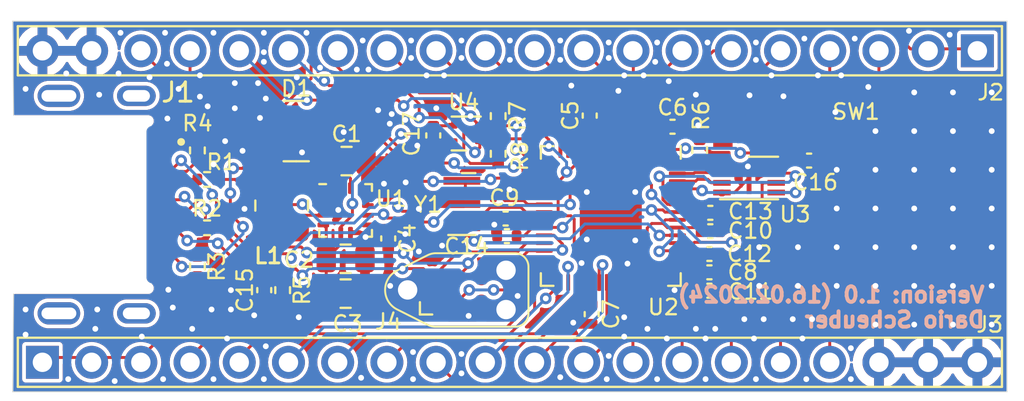
<source format=kicad_pcb>
(kicad_pcb (version 20240108) (generator "pcbnew") (generator_version "8.0")
  (title_block (title "CAT_MEP") (date "2024-02-16") (rev "1.0") (comment 1 "Dario Scheuber") (comment 2 "RP2040 Board der CAT MEP"))
  (layers (0 "F.Cu" signal) (31 "B.Cu" signal) (34 "B.Paste" user) (35 "F.Paste" user) (36 "B.SilkS" user "B.Silkscreen") (37 "F.SilkS" user "F.Silkscreen") (38 "B.Mask" user) (39 "F.Mask" user) (44 "Edge.Cuts" user))
  (net 0 "")
  (net 1 "VDD")
  (net 2 "GND")
  (net 3 "+3V3")
  (net 4 "Net-(U1-SS)")
  (net 5 "Net-(U2-VREG_VOUT)")
  (net 6 "/RESET")
  (net 7 "+5V")
  (net 8 "VBUS")
  (net 9 "Net-(J1-CC1)")
  (net 10 "/SWD_CLK")
  (net 11 "Net-(J1-D--PadA7)")
  (net 12 "Net-(J1-D+-PadA6)")
  (net 13 "/SWD_DIO")
  (net 14 "Net-(J1-CC2)")
  (net 15 "/A2")
  (net 16 "/A10")
  (net 17 "/A12")
  (net 18 "/A4")
  (net 19 "/A9")
  (net 20 "/A6")
  (net 21 "/A5")
  (net 22 "/A7")
  (net 23 "/A3")
  (net 24 "/A13")
  (net 25 "/A8")
  (net 26 "/A0")
  (net 27 "/A15")
  (net 28 "/A11")
  (net 29 "/A14")
  (net 30 "/A1")
  (net 31 "/B6")
  (net 32 "/B2")
  (net 33 "/B0")
  (net 34 "/B10")
  (net 35 "/B9")
  (net 36 "/B7")
  (net 37 "/B4")
  (net 38 "/B8")
  (net 39 "/B13")
  (net 40 "/B11")
  (net 41 "/B5")
  (net 42 "/B12")
  (net 43 "/B3")
  (net 44 "/B1")
  (net 46 "Net-(U1-L2)")
  (net 47 "Net-(U1-L1)")
  (net 48 "/DM")
  (net 49 "/DP")
  (net 50 "/CS")
  (net 51 "Net-(U2-XOUT)")
  (net 52 "/CLK")
  (net 53 "Net-(U2-SPI_SD2)")
  (net 54 "Net-(U2-SPI_SD0)")
  (net 55 "Net-(U2-XIN)")
  (net 56 "Net-(U2-SPI_SD3)")
  (net 57 "Net-(U2-SPI_SD1)")
  (net 59 "Net-(R6-Pad2)")
  (footprint "connector:TC2030-IDC-NL" (layer "F.Cu") (at 141.830974 102.864)
    (property "Reference" "J4")
    (property "Value" "TC2030-IDC-NL")
  )
  (footprint "passive:R_0402" (layer "F.Cu") (at 128.439974 95.655 90)
    (property "Reference" "R4")
    (property "Value" "5k1")
  )
  (footprint "passive:C_0402" (layer "F.Cu") (at 144.414974 100.08 180)
    (property "Reference" "C14")
    (property "Value" "100n")
  )
  (footprint "passive:C_0402" (layer "F.Cu") (at 144.349974 99.175 180)
    (property "Reference" "C9")
    (property "Value" "100n")
  )
  (footprint "passive:R_0402" (layer "F.Cu") (at 143.964974 95.83 90)
    (property "Reference" "R8")
    (property "Value" "3k3")
  )
  (footprint "package:SHT4x" (layer "F.Cu") (at 142.314974 94.78 180)
    (property "Reference" "U4")
    (property "Value" "SHT40-AD1B")
  )
  (footprint "passive:C_0402" (layer "F.Cu") (at 140.614974 94.88 -90)
    (property "Reference" "C17")
    (property "Value" "100n")
  )
  (footprint "connector:PinHeader_1x20_P2.54mm_Vertical" (layer "F.Cu") (at 168.699974 90.505 -90)
    (property "Reference" "J2")
    (property "Value" "ConM-1x20")
  )
  (footprint "passive:C_0402" (layer "F.Cu") (at 154.869974 101.005)
    (property "Reference" "C12")
    (property "Value" "2u2")
  )
  (footprint "passive:C_0805" (layer "F.Cu") (at 136.139974 96.205)
    (property "Reference" "C1")
    (property "Value" "10u")
  )
  (footprint "passive:R_0402" (layer "F.Cu") (at 128.939974 97.155)
    (property "Reference" "R1")
    (property "Value" "27R")
  )
  (footprint "discrete:Resonator_SMD_Murata_CSTxExxV-3Pin_3.0x1.1mm" (layer "F.Cu") (at 142.089974 98.425 -90)
    (property "Reference" "Y1")
    (property "Value" "CSTNE12M0GH5L000R0")
  )
  (footprint "passive:C_0402" (layer "F.Cu") (at 154.869974 101.955)
    (property "Reference" "C8")
    (property "Value" "100n")
  )
  (footprint "passive:L_3.2mmx2.5mm" (layer "F.Cu") (at 132.789974 98.505 -90)
    (property "Reference" "L1")
    (property "Value" "2u2")
  )
  (footprint "passive:C_0805" (layer "F.Cu") (at 136.089974 101.255)
    (property "Reference" "C2")
    (property "Value" "10u")
  )
  (footprint "connector:PinHeader_1x20_P2.54mm_Vertical" (layer "F.Cu") (at 120.439974 106.605 90)
    (property "Reference" "J3")
    (property "Value" "ConM-1x20")
  )
  (footprint "passive:C_0402" (layer "F.Cu") (at 148.791939 104.117442 -90)
    (property "Reference" "C7")
    (property "Value" "100n")
  )
  (footprint "passive:R_0402" (layer "F.Cu") (at 132.839974 102.875 -90)
    (property "Reference" "R5")
    (property "Value" "10k")
  )
  (footprint "package:SOT-23" (layer "F.Cu") (at 133.539974 94.655)
    (property "Reference" "D1")
    (property "Value" "PMEG2005CT")
  )
  (footprint "package:VQFN-12-1EP_2.5x2.5mm_P0.5mm" (layer "F.Cu") (at 136.089974 98.755)
    (property "Reference" "U1")
    (property "Value" "TPS63051")
  )
  (footprint "passive:R_0402" (layer "F.Cu") (at 154.364974 95.63 90)
    (property "Reference" "R6")
    (property "Value" "1k")
  )
  (footprint "package:USON_2x3x0.6mm" (layer "F.Cu") (at 156.914974 97.08)
    (property "Reference" "U3")
    (property "Value" "W25Q16JV" (hide yes))
  )
  (footprint "passive:R_0402" (layer "F.Cu") (at 128.439974 101.655 -90)
    (property "Reference" "R3")
    (property "Value" "5k1")
  )
  (footprint "connector:USB_C_Receptacle_MidMnt_Molex_16_Contact_216990-0001" (layer "F.Cu") (at 121.289974 98.455 -90)
    (property "Reference" "J1")
    (property "Value" "USB_C_Receptacle_Molex_216990-0001")
    (fp_line (start -4.62 2.3368) (end -4.62 -4.6) (stroke (width 0.01)) (layer "Edge.Cuts"))
    (fp_line (start 4.62 2.3368) (end 4.62 -4.600001) (stroke (width 0.01)) (layer "Edge.Cuts"))
    (fp_line (start -3.80038 -4.5212) (end 3.80038 -4.5212) (stroke (width 0.01)) (layer "Edge.Cuts"))
    (fp_arc (start -3.80038 -4.5212) (mid -3.964052 -4.596578) (end -4.05741 -4.750703) (stroke (width 0.01)) (layer "Edge.Cuts"))
    (fp_arc (start -4.62 -4.6) (mid -4.397645 -4.889779) (end -4.060191 -4.750001) (stroke (width 0.01)) (layer "Edge.Cuts"))
    (fp_arc (start 4.06019 -4.75) (mid 4.397645 -4.88978) (end 4.62 -4.600001) (stroke (width 0.01)) (layer "Edge.Cuts"))
    (fp_arc (start 4.060189 -4.752841) (mid 3.965961 -4.59728) (end 3.800764 -4.5212) (stroke (width 0.01)) (layer "Edge.Cuts"))
  )
  (footprint "passive:R_0402" (layer "F.Cu") (at 143.964974 93.88 -90)
    (property "Reference" "R7")
    (property "Value" "3k3")
  )
  (footprint "passive:C_0402" (layer "F.Cu") (at 154.869974 102.905)
    (property "Reference" "C11")
    (property "Value" "100n")
  )
  (footprint "passive:R_0402" (layer "F.Cu") (at 128.939974 99.655)
    (property "Reference" "R2")
    (property "Value" "27R")
  )
  (footprint "passive:C_0402" (layer "F.Cu") (at 138.289974 100.205 -90)
    (property "Reference" "C4")
    (property "Value" "1n")
  )
  (footprint "package:QFN-56-1EP_7x7mm_P0.4mm_EP3.2x3.2mm" (layer "F.Cu") (at 149.777474 99.0425 -90)
    (property "Reference" "U2")
    (property "Value" "RP2040")
  )
  (footprint "passive:C_0805" (layer "F.Cu") (at 136.089974 103.055)
    (property "Reference" "C3")
    (property "Value" "10u")
  )
  (footprint "passive:C_0402" (layer "F.Cu") (at 154.914974 99.83)
    (property "Reference" "C10")
    (property "Value" "100n")
  )
  (footprint "switch:PTS815-Series" (layer "F.Cu") (at 158.014974 94.13)
    (property "Reference" "SW1")
    (property "Value" "PTS815-SJM")
  )
  (footprint "passive:C_0402" (layer "F.Cu") (at 160.014974 96.18)
    (property "Reference" "C16")
    (property "Value" "100n")
  )
  (footprint "passive:C_0402" (layer "F.Cu") (at 154.914974 98.88)
    (property "Reference" "C13")
    (property "Value" "100n")
  )
  (footprint "passive:C_0402" (layer "F.Cu") (at 148.689974 93.855 90)
    (property "Reference" "C5")
    (property "Value" "2u2")
  )
  (footprint "passive:C_0402" (layer "F.Cu") (at 152.964974 94.43)
    (property "Reference" "C6")
    (property "Value" "100n")
  )
  (footprint "passive:C_0402" (layer "F.Cu") (at 131.889974 102.875 90)
    (property "Reference" "C15")
    (property "Value" "100n")
  )
  (gr_line (start 118.953174 103.075) (end 118.909974 108.125) (stroke (width 0.05)) (layer "Edge.Cuts"))
  (gr_line (start 118.909974 108.125) (end 170.229974 108.125) (stroke (width 0.05)) (layer "Edge.Cuts"))
  (gr_line (start 118.909974 88.975) (end 118.953174 93.835) (stroke (width 0.05)) (layer "Edge.Cuts"))
  (gr_line (start 170.229974 88.975) (end 118.909974 88.975) (stroke (width 0.05)) (layer "Edge.Cuts"))
  (gr_line (start 170.229974 108.125) (end 170.229974 88.975) (stroke (width 0.05)) (layer "Edge.Cuts"))
  (gr_text "Version: 1.0 (16.02.2024)\nDario Scheuber" (at 169.169974 104.875 0) (layer "B.SilkS") (effects (font (size 0.8 0.8) (thickness 0.2) (bold yes)) (justify left bottom mirror)))
  (segment (start 135.139974 96.205) (end 135.139974 95.255) (width 0.15) (layer "F.Cu") (net 1))
  (segment (start 136.139974 96.905) (end 136.339974 97.105) (width 0.15) (layer "F.Cu") (net 1))
  (segment (start 136.339974 97.105) (end 136.339974 97.605) (width 0.15) (layer "F.Cu") (net 1))
  (segment (start 135.839974 96.905) (end 135.139974 96.205) (width 0.15) (layer "F.Cu") (net 1))
  (segment (start 135.139974 95.255) (end 134.539974 94.655) (width 0.15) (layer "F.Cu") (net 1))
  (segment (start 136.139974 96.905) (end 135.839974 96.905) (width 0.15) (layer "F.Cu") (net 1))
  (segment (start 135.839974 97.605) (end 135.839974 96.905) (width 0.15) (layer "F.Cu") (net 1))
  (segment (start 126.439974 102.055) (end 126.439974 101.655) (width 0.15) (layer "F.Cu") (net 2))
  (segment (start 126.889974 94.005) (end 126.639974 94.255) (width 0.15) (layer "F.Cu") (net 2))
  (segment (start 145.657474 98.0425) (end 145.557475 97.942501) (width 0.15) (layer "F.Cu") (net 2))
  (segment (start 126.939974 102.555) (end 126.439974 102.055) (width 0.15) (layer "F.Cu") (net 2))
  (segment (start 126.639974 95.055) (end 126.439974 95.255) (width 0.15) (layer "F.Cu") (net 2))
  (segment (start 140.814974 95.18) (end 140.614974 95.38) (width 0.15) (layer "F.Cu") (net 2))
  (segment (start 126.639974 94.255) (end 126.639974 95.055) (width 0.15) (layer "F.Cu") (net 2))
  (segment (start 156.164974 97.83) (end 156.854588 97.140386) (width 0.15) (layer "F.Cu") (net 2))
  (segment (start 145.189045 97.675) (end 144.549974 97.675) (width 0.15) (layer "F.Cu") (net 2))
  (segment (start 126.939974 102.855) (end 126.939974 102.555) (width 0.15) (layer "F.Cu") (net 2))
  (segment (start 145.557475 97.942501) (end 145.456546 97.942501) (width 0.15) (layer "F.Cu") (net 2))
  (segment (start 155.514974 97.83) (end 156.164974 97.83) (width 0.15) (layer "F.Cu") (net 2))
  (segment (start 145.456546 97.942501) (end 145.189045 97.675) (width 0.15) (layer "F.Cu") (net 2))
  (segment (start 141.614974 95.18) (end 140.814974 95.18) (width 0.15) (layer "F.Cu") (net 2))
  (segment (start 156.854588 97.140386) (end 156.854588 96.481) (width 0.15) (layer "F.Cu") (net 2))
  (segment (start 137.239974 98.505) (end 137.239974 98.005) (width 0.15) (layer "F.Cu") (net 2))
  (segment (start 146.339974 98.0425) (end 145.657474 98.0425) (width 0.15) (layer "F.Cu") (net 2))
  (via (at 163.439974 94.655) (size 0.6) (drill 0.3) (layers "F.Cu" "B.Cu") (net 2))
  (via (at 131.669974 93.975) (size 0.3) (drill 0.3) (layers "F.Cu" "B.Cu") (net 2))
  (via (at 160.169974 104.375) (size 0.3) (drill 0.3) (layers "F.Cu" "B.Cu") (net 2))
  (via (at 142.069974 106.175) (size 0.3) (drill 0.3) (layers "F.Cu" "B.Cu") (net 2))
  (via (at 151.039974 97.805) (size 0.6) (drill 0.3) (layers "F.Cu" "B.Cu") (net 2))
  (via (at 161.439974 100.655) (size 0.6) (drill 0.3) (layers "F.Cu" "B.Cu") (net 2))
  (via (at 135.711038 98.730713) (size 0.6) (drill 0.3) (layers "F.Cu" "B.Cu") (net 2))
  (via (at 157.269974 90.075) (size 0.3) (drill 0.3) (layers "F.Cu" "B.Cu") (net 2))
  (via (at 119.569974 105.175) (size 0.3) (drill 0.3) (layers "F.Cu" "B.Cu") (net 2))
  (via (at 150.469974 104.275) (size 0.3) (drill 0.3) (layers "F.Cu" "B.Cu") (net 2))
  (via (at 130.369974 93.475) (size 0.3) (drill 0.3) (layers "F.Cu" "B.Cu") (net 2))
  (via (at 161.669974 91.775) (size 0.3) (drill 0.3) (layers "F.Cu" "B.Cu") (net 2))
  (via (at 139.869974 100.875) (size 0.3) (drill 0.3) (layers "F.Cu" "B.Cu") (net 2))
  (via (at 165.439974 92.655) (size 0.6) (drill 0.3) (layers "F.Cu" "B.Cu") (net 2))
  (via (at 130.369974 92.175) (size 0.3) (drill 0.3) (layers "F.Cu" "B.Cu") (net 2))
  (via (at 169.439974 100.655) (size 0.6) (drill 0.3) (layers "F.Cu" "B.Cu") (net 2))
  (via (at 167.439974 102.655) (size 0.6) (drill 0.3) (layers "F.Cu" "B.Cu") (net 2))
  (via (at 144.569974 90.975) (size 0.3) (drill 0.3) (layers "F.Cu" "B.Cu") (net 2))
  (via (at 157.269974 107.475) (size 0.3) (drill 0.3) (layers "F.Cu" "B.Cu") (net 2))
  (via (at 158.069974 91.775) (size 0.3) (drill 0.3) (layers "F.Cu" "B.Cu") (net 2))
  (via (at 126.889974 94.005) (size 0.6) (drill 0.3) (layers "F.Cu" "B.Cu") (net 2))
  (via (at 139.569974 106.075) (size 0.3) (drill 0.3) (layers "F.Cu" "B.Cu") (net 2))
  (via (at 131.869974 90.575) (size 0.3) (drill 0.3) (layers "F.Cu" "B.Cu") (net 2))
  (via (at 154.669974 107.475) (size 0.3) (drill 0.3) (layers "F.Cu" "B.Cu") (net 2))
  (via (at 131.369974 104.175) (size 0.3) (drill 0.3) (layers "F.Cu" "B.Cu") (net 2))
  (via (at 169.439974 96.655) (size 0.6) (drill 0.3) (layers "F.Cu" "B.Cu") (net 2))
  (via (at 136.669974 91.475) (size 0.3) (drill 0.3) (layers "F.Cu" "B.Cu") (net 2))
  (via (at 124.169974 107.575) (size 0.3) (drill 0.3) (layers "F.Cu" "B.Cu") (net 2))
  (via (at 148.539974 100.255) (size 0.6) (drill 0.3) (layers "F.Cu" "B.Cu") (net 2))
  (via (at 160.469974 91.775) (size 0.3) (drill 0.3) (layers "F.Cu" "B.Cu") (net 2))
  (via (at 139.169974 99.975) (size 0.3) (drill 0.3) (layers "F.Cu" "B.Cu") (net 2))
  (via (at 165.169974 89.475) (size 0.3) (drill 0.3) (layers "F.Cu" "B.Cu") (net 2))
  (via (at 165.439974 98.655) (size 0.6) (drill 0.3) (layers "F.Cu" "B.Cu") (net 2))
  (via (at 154.169974 92.775) (size 0.3) (drill 0.3) (layers "F.Cu" "B.Cu") (net 2))
  (via (at 137.117674 100.13) (size 0.6) (drill 0.3) (layers "F.Cu" "B.Cu") (net 2))
  (via (at 165.439974 104.655) (size 0.6) (drill 0.3) (layers "F.Cu" "B.Cu") (net 2))
  (via (at 150.469974 91.775) (size 0.3) (drill 0.3) (layers "F.Cu" "B.Cu") (net 2))
  (via (at 169.439974 92.655) (size 0.6) (drill 0.3) (layers "F.Cu" "B.Cu") (net 2))
  (via (at 167.439974 92.655) (size 0.6) (drill 0.3) (layers "F.Cu" "B.Cu") (net 2))
  (via (at 119.569974 92.475) (size 0.3) (drill 0.3) (layers "F.Cu" "B.Cu") (net 2))
  (via (at 136.969974 89.975) (size 0.3) (drill 0.3) (layers "F.Cu" "B.Cu") (net 2))
  (via (at 152.769974 92.075) (size 0.3) (drill 0.3) (layers "F.Cu" "B.Cu") (net 2))
  (via (at 138.469974 93.775) (size 0.3) (drill 0.3) (layers "F.Cu" "B.Cu") (net 2))
  (via (at 167.439974 94.655) (size 0.6) (drill 0.3) (layers "F.Cu" "B.Cu") (net 2))
  (via (at 147.169974 90.975) (size 0.3) (drill 0.3) (layers "F.Cu" "B.Cu") (net 2))
  (via (at 137.269974 91.475) (size 0.3) (drill 0.3) (layers "F.Cu" "B.Cu") (net 2))
  (via (at 144.549974 97.675) (size 0.6) (drill 0.3) (layers "F.Cu" "B.Cu") (net 2))
  (via (at 131.569974 92.175) (size 0.3) (drill 0.3) (layers "F.Cu" "B.Cu") (net 2))
  (via (at 167.439974 104.655) (size 0.6) (drill 0.3) (layers "F.Cu" "B.Cu") (net 2))
  (via (at 127.169974 103.775) (size 0.3) (drill 0.3) (layers "F.Cu" "B.Cu") (net 2))
  (via (at 141.069974 100.575) (size 0.3) (drill 0.3) (layers "F.Cu" "B.Cu") (net 2))
  (via (at 159.669974 105.375) (size 0.3) (drill 0.3) (layers "F.Cu" "B.Cu") (net 2))
  (via (at 157.269974 90.975) (size 0.3) (drill 0.3) (layers "F.Cu" "B.Cu") (net 2))
  (via (at 159.169974 104.375) (size 0.3) (drill 0.3) (layers "F.Cu" "B.Cu") (net 2))
  (via (at 126.939974 102.855) (size 0.6) (drill 0.3) (layers "F.Cu" "B.Cu") (net 2))
  (via (at 140.769974 93.475) (size 0.3) (drill 0.3) (layers "F.Cu" "B.Cu") (net 2))
  (via (at 138.389974 102.655) (size 0.6) (drill 0.3) (layers "F.Cu" "B.Cu") (net 2))
  (via (at 154.169974 104.875) (size 0.3) (drill 0.3) (layers "F.Cu" "B.Cu") (net 2))
  (via (at 121.769974 107.475) (size 0.3) (drill 0.3) (layers "F.Cu" "B.Cu") (net 2))
  (via (at 152.169974 107.475) (size 0.3) (drill 0.3) (layers "F.Cu" "B.Cu") (net 2))
  (via (at 150.639974 101.505) (size 0.6) (drill 0.3) (layers "F.Cu" "B.Cu") (net 2))
  (via (at 125.569974 105.275) (size 0.3) (drill 0.3) (layers "F.Cu" "B.Cu") (net 2))
  (via (at 142.439974 104.205) (size 0.6) (drill 0.3) (layers "F.Cu" "B.Cu") (net 2))
  (via (at 169.439974 102.655) (size 0.6) (drill 0.3) (layers "F.Cu" "B.Cu") (net 2))
  (via (at 126.869974 91.175) (size 0.3) (drill 0.3) (layers "F.Cu" "B.Cu") (net 2))
  (via (at 167.269974 89.675) (size 0.3) (drill 0.3) (layers "F.Cu" "B.Cu") (net 2))
  (via (at 128.569974 91.775) (size 0.3) (drill 0.3) (layers "F.Cu" "B.Cu") (net 2))
  (via (at 131.869974 107.475) (size 0.3) (drill 0.3) (layers "F.Cu" "B.Cu") (net 2))
  (via (at 151.469974 91.775) (size 0.3) (drill 0.3) (layers "F.Cu" "B.Cu") (net 2))
  (via (at 142.069974 107.175) (size 0.3) (drill 0.3) (layers "F.Cu" "B.Cu") (net 2))
  (via (at 155.169974 104.875) (size 0.3) (drill 0.3) (layers "F.Cu" "B.Cu") (net 2))
  (via (at 129.269974 89.575) (size 0.3) (drill 0.3) (layers "F.Cu" "B.Cu") (net 2))
  (via (at 152.669974 105.375) (size 0.3) (drill 0.3) (layers "F.Cu" "B.Cu") (net 2))
  (via (at 123.269974 103.875) (size 0.3) (drill 0.3) (layers "F.Cu" "B.Cu") (net 2))
  (via (at 128.569974 92.875) (size 0.3) (drill 0.3) (layers "F.Cu" "B.Cu") (net 2))
  (via (at 138.069974 97.375) (size 0.3) (drill 0.3) (layers "F.Cu" "B.Cu") (net 2))
  (via (at 159.869974 107.475) (size 0.3) (drill 0.3) (layers "F.Cu" "B.Cu") (net 2))
  (via (at 151.039974 100.305) (size 0.6) (drill 0.3) (layers "F.Cu" "B.Cu") (net 2))
  (via (at 128.969974 93.375) (size 0.3) (drill 0.3) (layers "F.Cu" "B.Cu") (net 2))
  (via (at 163.439974 96.655) (size 0.6) (drill 0.3) (layers "F.Cu" "B.Cu") (net 2))
  (via (at 139.469974 90.875) (size 0.3) (drill 0.3) (layers "F.Cu" "B.Cu") (net 2))
  (via (at 162.169974 107.475) (size 0.3) (drill 0.3) (layers "F.Cu" "B.Cu") (net 2))
  (via (at 123.169974 104.875) (size 0.6) (drill 0.3) (layers "F.Cu" "B.Cu") (net 2))
  (via (at 151.669974 104.875) (size 0.3) (drill 0.3) (layers "F.Cu" "B.Cu") (net 2))
  (via (at 154.669974 105.375) (size 0.3) (drill 0.3) (layers "F.Cu" "B.Cu") (net 2))
  (via (at 131.969974 92.975) (size 0.3) (drill 0.3) (layers "F.Cu" "B.Cu") (net 2))
  (via (at 147.169974 89.975) (size 0.3) (drill 0.3) (layers "F.Cu" "B.Cu") (net 2))
  (via (at 156.854588 96.481) (size 0.6) (drill 0.3) (layers "F.Cu" "B.Cu") (net 2))
  (via (at 154.769974 90.075) (size 0.3) (drill 0.3) (layers "F.Cu" "B.Cu") (net 2))
  (via (at 121.669974 91.675) (size 0.3) (drill 0.3) (layers "F.Cu" "B.Cu") (net 2))
  (via (at 147.839974 104.555) (size 0.6) (drill 0.3) (layers "F.Cu" "B.Cu") (net 2))
  (via (at 147.169974 107.375) (size 0.3) (drill 0.3) (layers "F.Cu" "B.Cu") (net 2))
  (via (at 129.269974 107.475) (size 0.3) (drill 0.3) (layers "F.Cu" "B.Cu") (net 2))
  (via (at 163.439974 100.655) (size 0.6) (drill 0.3) (layers "F.Cu" "B.Cu") (net 2))
  (via (at 165.439974 102.655) (size 0.6) (drill 0.3) (layers "F.Cu" "B.Cu") (net 2))
  (via (at 142.069974 89.975) (size 0.3) (drill 0.3) (layers "F.Cu" "B.Cu") (net 2))
  (via (at 139.469974 89.975) (size 0.3) (drill 0.3) (layers "F.Cu" "B.Cu") (net 2))
  (via (at 126.669974 107.475) (size 0.3) (drill 0.3) (layers "F.Cu" "B.Cu") (net 2))
  (via (at 150.169974 92.575) (size 0.3) (drill 0.3) (layers "F.Cu" "B.Cu") (net 2))
  (via (at 138.369974 94.275) (size 0.3) (drill 0.3) (layers "F.Cu" "B.Cu") (net 2))
  (via (at 167.439974 96.655) (size 0.6) (drill 0.3) (layers "F.Cu" "B.Cu") (net 2))
  (via (at 147.739974 92.305) (size 0.6) (drill 0.3) (layers "F.Cu" "B.Cu") (net 2))
  (via (at 133.569974 91.875) (size 0.3) (drill 0.3) (layers "F.Cu" "B.Cu") (net 2))
  (via (at 152.069974 91.075) (size 0.3) (drill 0.3) (layers "F.Cu" "B.Cu") (net 2))
  (via (at 161.439974 102.655) (size 0.6) (drill 0.3) (layers "F.Cu" "B.Cu") (net 2))
  (via (at 169.439974 104.655) (size 0.6) (drill 0.3) (layers "F.Cu" "B.Cu") (net 2))
  (via (at 126.769974 89.575) (size 0.3) (drill 0.3) (layers "F.Cu" "B.Cu") (net 2))
  (via (at 158.689974 92.855) (size 0.6) (drill 0.3) (layers "F.Cu" "B.Cu") (net 2))
  (via (at 139.169974 94.075) (size 0.3) (drill 0.3) (layers "F.Cu" "B.Cu") (net 2))
  (via (at 129.969974 105.375) (size 0.3) (drill 0.3) (layers "F.Cu" "B.Cu") (net 2))
  (via (at 130.169974 103.875) (size 0.6) (drill 0.3) (layers "F.Cu" "B.Cu") (net 2))
  (via (at 162.169974 105.875) (size 0.3) (drill 0.3) (layers "F.Cu" "B.Cu") (net 2))
  (via (at 134.769974 91.375) (size 0.3) (drill 0.3) (layers "F.Cu" "B.Cu") (net 2))
  (via (at 157.439974 102.655) (size 0.6) (drill 0.3) (layers "F.Cu" "B.Cu") (net 2))
  (via (at 139.569974 107.475) (size 0.3) (drill 0.3) (layers "F.Cu" "B.Cu") (net 2))
  (via (at 152.169974 90.075) (size 0.3) (drill 0.3) (layers "F.Cu" "B.Cu") (net 2))
  (via (at 129.269974 96.375) (size 0.3) (drill 0.3) (layers "F.Cu" "B.Cu") (net 2))
  (via (at 131.869974 91.075) (size 0.3) (drill 0.3) (layers "F.Cu" "B.Cu") (net 2))
  (via (at 169.439974 98.655) (size 0.6) (drill 0.3) (layers "F.Cu" "B.Cu") (net 2))
  (via (at 143.764976 99.49) (size 0.6) (drill 0.3) (layers "F.Cu" "B.Cu") (net 2))
  (via (at 165.439974 100.655) (size 0.6) (drill 0.3) (layers "F.Cu" "B.Cu") (net 2))
  (via (at 149.569974 107.475) (size 0.3) (drill 0.3) (layers "F.Cu" "B.Cu") (net 2))
  (via (at 123.369974 92.775) (size 0.3) (drill 0.3) (layers "F.Cu" "B.Cu") (net 2))
  (via (at 149.669974 90.875) (size 0.3) (drill 0.3) (layers "F.Cu" "B.Cu") (net 2))
  (via (at 167.439974 100.655) (size 0.6) (drill 0.3) (layers "F.Cu" "B.Cu") (net 2))
  (via (at 161.439974 98.655) (size 0.6) (drill 0.3) (layers "F.Cu" "B.Cu") (net 2))
  (via (at 157.669974 104.375) (size 0.3) (drill 0.3) (layers "F.Cu" "B.Cu") (net 2))
  (via (at 150.469974 105.275) (size 0.3) (drill 0.3) (layers "F.Cu" "B.Cu") (net 2))
  (via (at 130.769974 95.675) (size 0.3) (drill 0.3) (layers "F.Cu" "B.Cu") (net 2))
  (via (at 130.869974 98.675) (size 0.3) (drill 0.3) (layers "F.Cu" "B.Cu") (net 2))
  (via (at 163.069974 92.375) (size 0.3) (drill 0.3) (layers "F.Cu" "B.Cu") (net 2))
  (via (at 140.269974 91.775) (size 0.3) (drill 0.3) (layers "F.Cu" "B.Cu") (net 2))
  (via (at 169.439974 94.655) (size 0.6) (drill 0.3) (layers "F.Cu" "B.Cu") (net 2))
  (via (at 157.169974 105.375) (size 0.3) (drill 0.3) (layers "F.Cu" "B.Cu") (net 2))
  (via (at 133.669974 104.275) (size 0.3) (drill 0.3) (layers "F.Cu" "B.Cu") (net 2))
  (via (at 136.889974 107.405) (size 0.6) (drill 0.3) (layers "F.Cu" "B.Cu") (net 2))
  (via (at 134.069974 89.575) (size 0.3) (drill 0.3) (layers "F.Cu" "B.Cu") (net 2))
  (via (at 163.439974 98.655) (size 0.6) (drill 0.3) (layers "F.Cu" "B.Cu") (net 2))
  (via (at 124.369974 91.675) (size 0.3) (drill 0.3) (layers "F.Cu" "B.Cu") (net 2))
  (via (at 148.539974 97.805) (size 0.6) (drill 0.3) (layers "F.Cu" "B.Cu") (net 2))
  (via (at 153.069974 102.875) (size 0.3) (drill 0.3) (layers "F.Cu" "B.Cu") (net 2))
  (via (at 156.669974 104.375) (size 0.3) (drill 0.3) (layers "F.Cu" "B.Cu") (net 2))
  (via (at 148.269974 101.475) (size 0.3) (drill 0.3) (layers "F.Cu" "B.Cu") (net 2))
  (via (at 133.839974 95.755) (size 0.6) (drill 0.3) (layers "F.Cu" "B.Cu") (net 2))
  (via (at 131.869974 89.575) (size 0.3) (drill 0.3) (layers "F.Cu" "B.Cu") (net 2))
  (via (at 144.569974 89.975) (size 0.3) (drill 0.3) (layers "F.Cu" "B.Cu") (net 2))
  (via (at 156.939974 92.805) (size 0.6) (drill 0.3) (layers "F.Cu" "B.Cu") (net 2))
  (via (at 163.439974 104.655) (size 0.6) (drill 0.3) (layers "F.Cu" "B.Cu") (net 2))
  (via (at 124.469974 89.575) (size 0.3) (drill 0.3) (layers "F.Cu" "B.Cu") (net 2))
  (via (at 135.989974 94.705) (size 0.6) (drill 0.3) (layers "F.Cu" "B.Cu") (net 2))
  (via (at 129.169974 103.875) (size 0.6) (drill 0.3) (layers "F.Cu" "B.Cu") (net 2))
  (via (at 142.069974 90.875) (size 0.3) (drill 0.3) (layers "F.Cu" "B.Cu") (net 2))
  (via (at 157.439974 100.655) (size 0.6) (drill 0.3) (layers "F.Cu" "B.Cu") (net 2))
  (via (at 128.169974 104.875) (size 0.6) (drill 0.3) (layers "F.Cu" "B.Cu") (net 2))
  (via (at 139.869974 98.675) (size 0.3) (drill 0.3) (layers "F.Cu" "B.Cu") (net 2))
  (via (at 162.369974 89.875) (size 0.3) (drill 0.3) (layers "F.Cu" "B.Cu") (net 2))
  (via (at 159.439974 102.655) (size 0.6) (drill 0.3) (layers "F.Cu" "B.Cu") (net 2))
  (via (at 130.169974 102.875) (size 0.6) (drill 0.3) (layers "F.Cu" "B.Cu") (net 2))
  (via (at 139.789974 95.405) (size 0.6) (drill 0.3) (layers "F.Cu" "B.Cu") (net 2))
  (via (at 141.169974 91.775) (size 0.3) (drill 0.3) (layers "F.Cu" "B.Cu") (net 2))
  (via (at 163.439974 102.655) (size 0.6) (drill 0.3) (layers "F.Cu" "B.Cu") (net 2))
  (via (at 154.289974 94.355) (size 0.6) (drill 0.3) (layers "F.Cu" "B.Cu") (net 2))
  (via (at 161.439974 96.655) (size 0.6) (drill 0.3) (layers "F.Cu" "B.Cu") (net 2))
  (via (at 165.439974 94.655) (size 0.6) (drill 0.3) (layers "F.Cu" "B.Cu") (net 2))
  (via (at 131.969974 105.775) (size 0.3) (drill 0.3) (layers "F.Cu" "B.Cu") (net 2))
  (via (at 127.469974 92.475) (size 0.3) (drill 0.3) (layers "F.Cu" "B.Cu") (net 2))
  (via (at 149.669974 106.275) (size 0.3) (drill 0.3) (layers "F.Cu" "B.Cu") (net 2))
  (via (at 125.969974 91.875) (size 0.3) (drill 0.3) (layers "F.Cu" "B.Cu") (net 2))
  (via (at 159.439974 100.655) (size 0.6) (drill 0.3) (layers "F.Cu" "B.Cu") (net 2))
  (via (at 161.369974 93.675) (size 0.3) (drill 0.3) (layers "F.Cu" "B.Cu") (net 2))
  (via (at 119.569974 103.875) (size 0.3) (drill 0.3) (layers "F.Cu" "B.Cu") (net 2))
  (via (at 129.869974 95.175) (size 0.3) (drill 0.3) (layers "F.Cu" "B.Cu") (net 2))
  (via (at 167.439974 98.655) (size 0.6) (drill 0.3) (layers "F.Cu" "B.Cu") (net 2))
  (via (at 165.439974 96.655) (size 0.6) (drill 0.3) (layers "F.Cu" "B.Cu") (net 2))
  (via (at 139.189974 97.305) (size 0.6) (drill 0.3) (layers "F.Cu" "B.Cu") (net 2))
  (via (at 137.769974 93.575) (size 0.3) (drill 0.3) (layers "F.Cu" "B.Cu") (net 2))
  (via (at 149.669974 90.075) (size 0.3) (drill 0.3) (layers "F.Cu" "B.Cu") (net 2))
  (via (at 144.969974 103.175) (size 0.3) (drill 0.3) (layers "F.Cu" "B.Cu") (net 2))
  (via (at 159.769974 89.875) (size 0.3) (drill 0.3) (layers "F.Cu" "B.Cu") (net 2))
  (segment (start 152.604974 101.57) (end 152.604974 101.36) (width 0.15) (layer "F.Cu") (net 3))
  (segment (start 154.227474 99.6425) (end 153.214974 99.6425) (width 0.15) (layer "F.Cu") (net 3))
  (segment (start 153.575774 95.605) (end 153.634802 95.545972) (width 0.15) (layer "F.Cu") (net 3))
  (segment (start 144.997474 99.2425) (end 144.929974 99.175) (width 0.15) (layer "F.Cu") (net 3))
  (segment (start 144.861032 93.38) (end 143.964974 93.38) (width 0.15) (layer "F.Cu") (net 3))
  (segment (start 141.614974 93.63) (end 141.614974 94.38) (width 0.15) (layer "F.Cu") (net 3))
  (segment (start 148.789974 103.605) (end 148.789974 102.4925) (width 0.15) (layer "F.Cu") (net 3))
  (segment (start 134.939974 99.505) (end 135.089974 99.655) (width 0.15) (layer "F.Cu") (net 3))
  (segment (start 152.602474 99.2425) (end 152.484974 99.36) (width 0.15) (layer "F.Cu") (net 3))
  (segment (start 152.484974 99.36) (end 152.484974 99.43) (width 0.15) (layer "F.Cu") (net 3))
  (segment (start 147.059974 99.034327) (end 147.059974 97.285) (width 0.15) (layer "F.Cu") (net 3))
  (segment (start 153.214974 99.2425) (end 152.602474 99.2425) (width 0.15) (layer "F.Cu") (net 3))
  (segment (start 136.441055 99.003919) (end 135.839974 99.605) (width 0.15) (layer "F.Cu") (net 3))
  (segment (start 142.526801 96.33) (end 142.189974 95.993173) (width 0.15) (layer "F.Cu") (net 3))
  (segment (start 154.414974 101.93) (end 154.344974 101.93) (width 0.15) (layer "F.Cu") (net 3))
  (segment (start 135.839974 100.505) (end 135.089974 101.255) (width 0.15) (layer "F.Cu") (net 3))
  (segment (start 152.484974 99.43) (end 151.894974 99.43) (width 0.15) (layer "F.Cu") (net 3))
  (segment (start 152.484974 99.43) (end 152.697474 99.6425) (width 0.15) (layer "F.Cu") (net 3))
  (segment (start 152.614974 101.58) (end 152.604974 101.57) (width 0.15) (layer "F.Cu") (net 3))
  (segment (start 125.519974 106.355) (end 130.024974 101.85) (width 0.15) (layer "F.Cu") (net 3))
  (segment (start 134.749974 102.715) (end 135.089974 103.055) (width 0.15) (layer "F.Cu") (net 3))
  (segment (start 152.377474 95.605) (end 152.377474 96.103506) (width 0.15) (layer "F.Cu") (net 3))
  (segment (start 146.851801 99.2425) (end 147.059974 99.034327) (width 0.15) (layer "F.Cu") (net 3))
  (segment (start 152.377474 95.605) (end 152.377474 94.5175) (width 0.15) (layer "F.Cu") (net 3))
  (segment (start 147.889974 100.855) (end 147.952474 100.9175) (width 0.15) (layer "F.Cu") (net 3))
  (segment (start 146.577474 95.426385) (end 146.577474 95.096442) (width 0.15) (layer "F.Cu") (net 3))
  (segment (start 151.659974 99.665) (end 151.659974 101.175) (width 0.15) (layer "F.Cu") (net 3))
  (segment (start 135.839974 99.905) (end 135.839974 100.505) (width 0.15) (layer "F.Cu") (net 3))
  (segment (start 153.214974 101.6425) (end 152.677474 101.6425) (width 0.15) (layer "F.Cu") (net 3))
  (segment (start 142.064974 94.38) (end 141.614974 94.38) (width 0.15) (layer "F.Cu") (net 3))
  (segment (start 142.189974 95.993173) (end 142.189974 94.505) (width 0.15) (layer "F.Cu") (net 3))
  (segment (start 147.719301 99.034327) (end 147.889974 99.205) (width 0.15) (layer "F.Cu") (net 3))
  (segment (start 151.894974 99.43) (end 151.659974 99.665) (width 0.15) (layer "F.Cu") (net 3))
  (segment (start 152.604974 101.36) (end 152.722474 101.2425) (width 0.15) (layer "F.Cu") (net 3))
  (segment (start 133.179974 102.715) (end 134.749974 102.715) (width 0.15) (layer "F.Cu") (net 3))
  (segment (start 132.839974 102.375) (end 133.179974 102.715) (width 0.15) (layer "F.Cu") (net 3))
  (segment (start 138.055364 103.539) (end 137.564364 104.03) (width 0.15) (layer "F.Cu") (net 3))
  (segment (start 152.202474 101.7175) (end 152.377474 101.7175) (width 0.15) (layer "F.Cu") (net 3))
  (segment (start 152.377474 96.103506) (end 152.15598 96.325) (width 0.15) (layer "F.Cu") (net 3))
  (segment (start 154.344974 101.93) (end 153.657474 101.2425) (width 0.15) (layer "F.Cu") (net 3))
  (segment (start 159.364974 96.33) (end 159.514974 96.18) (width 0.15) (layer "F.Cu") (net 3))
  (segment (start 148.777474 96.11) (end 148.777474 95.605) (width 0.15) (layer "F.Cu") (net 3))
  (segment (start 142.189974 94.505) (end 142.064974 94.38) (width 0.15) (layer "F.Cu") (net 3))
  (segment (start 152.614974 101.58) (end 152.514974 101.58) (width 0.15) (layer "F.Cu") (net 3))
  (segment (start 148.789974 102.4925) (end 148.777474 102.48) (width 0.15) (layer "F.Cu") (net 3))
  (segment (start 152.15598 96.325) (end 148.992474 96.325) (width 0.15) (layer "F.Cu") (net 3))
  (segment (start 148.992474 96.325) (end 148.777474 96.11) (width 0.15) (layer "F.Cu") (net 3))
  (segment (start 153.864974 102.88) (end 153.214974 102.23) (width 0.15) (layer "F.Cu") (net 3))
  (segment (start 148.764974 94.43) (end 148.764974 95.5925) (width 0.15) (layer "F.Cu") (net 3))
  (segment (start 152.677474 101.6425) (end 152.614974 101.58) (width 0.15) (layer "F.Cu") (net 3))
  (segment (start 136.441055 98.403482) (end 136.441055 99.003919) (width 0.15) (layer "F.Cu") (net 3))
  (segment (start 151.659974 101.175) (end 152.202474 101.7175) (width 0.15) (layer "F.Cu") (net 3))
  (segment (start 146.577474 95.096442) (end 144.861032 93.38) (width 0.15) (layer "F.Cu") (net 3))
  (segment (start 130.024974 101.85) (end 132.314974 101.85) (width 0.15) (layer "F.Cu") (net 3))
  (segment (start 147.952474 100.9175) (end 148.739974 100.9175) (width 0.15) (layer "F.Cu") (net 3))
  (segment (start 138.944048 94.800926) (end 140.194048 94.800926) (width 0.15) (layer "F.Cu") (net 3))
  (segment (start 148.777474 102.48) (end 148.777474 100.955) (width 0.15) (layer "F.Cu") (net 3))
  (segment (start 151.647474 100.9175) (end 151.659974 100.905) (width 0.15) (layer "F.Cu") (net 3))
  (segment (start 152.377474 94.5175) (end 152.464974 94.43) (width 0.15) (layer "F.Cu") (net 3))
  (segment (start 152.697474 99.6425) (end 153.214974 99.6425) (width 0.15) (layer "F.Cu") (net 3))
  (segment (start 146.339974 99.2425) (end 144.997474 99.2425) (width 0.15) (layer "F.Cu") (net 3))
  (segment (start 147.059974 99.034327) (end 147.719301 99.034327) (width 0.15) (layer "F.Cu") (net 3))
  (segment (start 157.769974 95.785) (end 158.314974 96.33) (width 0.15) (layer "F.Cu") (net 3))
  (segment (start 148.777474 100.955) (end 148.739974 100.9175) (width 0.15) (layer "F.Cu") (net 3))
  (segment (start 140.520974 103.539) (end 138.055364 103.539) (width 0.15) (layer "F.Cu") (net 3))
  (segment (start 135.839974 99.605) (end 135.839974 99.905) (width 0.15) (layer "F.Cu") (net 3))
  (segment (start 152.377474 95.605) (end 153.575774 95.605) (width 0.15) (layer "F.Cu") (net 3))
  (segment (start 140.194048 94.800926) (end 140.614974 94.38) (width 0.15) (layer "F.Cu") (net 3))
  (segment (start 152.377474 101.7175) (end 152.377474 102.48) (width 0.15) (layer "F.Cu") (net 3))
  (segment (start 140.560974 103.499) (end 140.520974 103.539) (width 0.15) (layer "F.Cu") (net 3))
  (segment (start 135.089974 99.655) (end 135.089974 101.255) (width 0.15) (layer "F.Cu") (net 3))
  (segment (start 147.889974 99.205) (end 147.889974 100.855) (width 0.15) (layer "F.Cu") (net 3))
  (segment (start 156.463001 95.785) (end 157.769974 95.785) (width 0.15) (layer "F.Cu") (net 3))
  (segment (start 154.414974 99.83) (end 154.227474 99.6425) (width 0.15) (layer "F.Cu") (net 3))
  (segment (start 152.514974 101.58) (end 152.377474 101.7175) (width 0.15) (layer "F.Cu") (net 3))
  (segment (start 143.964974 93.38) (end 143.889974 93.305) (width 0.15) (layer "F.Cu") (net 3))
  (segment (start 143.889974 93.305) (end 141.939974 93.305) (width 0.15) (layer "F.Cu") (net 3))
  (segment (start 148.019974 96.325) (end 148.992474 96.325) (width 0.15) (layer "F.Cu") (net 3))
  (segment (start 154.414974 102.88) (end 153.864974 102.88) (width 0.15) (layer "F.Cu") (net 3))
  (segment (start 148.739974 100.9175) (end 151.647474 100.9175) (width 0.15) (layer "F.Cu") (net 3))
  (segment (start 140.614974 94.38) (end 141.614974 94.38) (width 0.15) (layer "F.Cu") (net 3))
  (segment (start 141.939974 93.305) (end 141.614974 93.63) (width 0.15) (layer "F.Cu") (net 3))
  (segment (start 158.314974 96.33) (end 159.364974 96.33) (width 0.15) (layer "F.Cu") (net 3))
  (segment (start 153.657474 101.2425) (end 153.214974 101.2425) (width 0.15) (layer "F.Cu") (net 3))
  (segment (start 152.722474 101.2425) (end 153.214974 101.2425) (width 0.15) (layer "F.Cu") (net 3))
  (segment (start 153.214974 102.23) (end 153.214974 101.6425) (width 0.15) (layer "F.Cu") (net 3))
  (segment (start 120.439974 106.355) (end 125.519974 106.355) (width 0.15) (layer "F.Cu") (net 3))
  (segment (start 135.640584 103.055) (end 135.089974 103.055) (width 0.15) (layer "F.Cu") (net 3))
  (segment (start 132.314974 101.85) (end 132.839974 102.375) (width 0.15) (layer "F.Cu") (net 3))
  (segment (start 156.461969 95.783968) (end 156.463001 95.785) (width 0.15) (layer "F.Cu") (net 3))
  (segment (start 135.089974 103.055) (end 135.089974 101.255) (width 0.15) (layer "F.Cu") (net 3))
  (segment (start 147.059974 97.285) (end 148.019974 96.325) (width 0.15) (layer "F.Cu") (net 3))
  (segment (start 143.964974 96.33) (end 142.526801 96.33) (width 0.15) (layer "F.Cu") (net 3))
  (segment (start 136.615584 104.03) (end 135.640584 103.055) (width 0.15) (layer "F.Cu") (net 3))
  (segment (start 146.339974 99.2425) (end 146.851801 99.2425) (width 0.15) (layer "F.Cu") (net 3))
  (segment (start 137.564364 104.03) (end 136.615584 104.03) (width 0.15) (layer "F.Cu") (net 3))
  (segment (start 148.764974 95.5925) (end 148.777474 95.605) (width 0.15) (layer "F.Cu") (net 3))
  (via (at 147.495887 96.760913) (size 0.6) (drill 0.3) (layers "F.Cu" "B.Cu") (net 3))
  (via (at 146.577474 95.426385) (size 0.6) (drill 0.3) (layers "F.Cu" "B.Cu") (net 3))
  (via (at 153.634802 95.545972) (size 0.6) (drill 0.3) (layers "F.Cu" "B.Cu") (net 3))
  (via (at 136.441055 98.403482) (size 0.6) (drill 0.3) (layers "F.Cu" "B.Cu") (net 3))
  (via (at 156.461969 95.783968) (size 0.6) (drill 0.3) (layers "F.Cu" "B.Cu") (net 3))
  (via (at 138.944048 94.800926) (size 0.6) (drill 0.3) (layers "F.Cu" "B.Cu") (net 3))
  (segment (start 156.223973 95.545972) (end 156.461969 95.783968) (width 0.15) (layer "B.Cu") (net 3))
  (segment (start 146.577474 95.426385) (end 146.661359 95.426385) (width 0.15) (layer "B.Cu") (net 3))
  (segment (start 136.441055 98.403482) (end 136.441055 97.303919) (width 0.15) (layer "B.Cu") (net 3))
  (segment (start 136.441055 97.303919) (end 138.944048 94.800926) (width 0.15) (layer "B.Cu") (net 3))
  (segment (start 153.634802 95.545972) (end 156.223973 95.545972) (width 0.15) (layer "B.Cu") (net 3))
  (segment (start 147.495887 96.260913) (end 147.495887 96.760913) (width 0.15) (layer "B.Cu") (net 3))
  (segment (start 146.661359 95.426385) (end 147.495887 96.260913) (width 0.15) (layer "B.Cu") (net 3))
  (segment (start 137.239974 99.505) (end 137.269974 99.535) (width 0.15) (layer "F.Cu") (net 4))
  (segment (start 137.269974 99.535) (end 138.119974 99.535) (width 0.15) (layer "F.Cu") (net 4))
  (segment (start 138.119974 99.535) (end 138.289974 99.705) (width 0.15) (layer "F.Cu") (net 4))
  (segment (start 145.064974 100.08) (end 145.294974 100.08) (width 0.15) (layer "F.Cu") (net 5))
  (segment (start 152.3093 100.8425) (end 153.214974 100.8425) (width 0.15) (layer "F.Cu") (net 5))
  (segment (start 153.214974 100.8425) (end 153.822448 100.8425) (width 0.15) (layer "F.Cu") (net 5))
  (segment (start 154.389974 101.005) (end 154.402474 100.9925) (width 0.15) (layer "F.Cu") (net 5))
  (segment (start 153.214974 98.8425) (end 154.377474 98.8425) (width 0.15) (layer "F.Cu") (net 5))
  (segment (start 151.877476 98.73) (end 152.46571 98.73) (width 0.15) (layer "F.Cu") (net 5))
  (segment (start 152.57821 98.8425) (end 153.214974 98.8425) (width 0.15) (layer "F.Cu") (net 5))
  (segment (start 146.347474 99.635) (end 146.339974 99.6425) (width 0.15) (layer "F.Cu") (net 5))
  (segment (start 145.732474 99.6425) (end 146.339974 99.6425) (width 0.15) (layer "F.Cu") (net 5))
  (segment (start 145.294974 100.08) (end 145.732474 99.6425) (width 0.15) (layer "F.Cu") (net 5))
  (segment (start 147.281347 99.635) (end 146.347474 99.635) (width 0.15) (layer "F.Cu") (net 5))
  (segment (start 154.377474 98.8425) (end 154.414974 98.88) (width 0.15) (layer "F.Cu") (net 5))
  (segment (start 152.46571 98.73) (end 152.57821 98.8425) (width 0.15) (layer "F.Cu") (net 5))
  (segment (start 153.822448 100.8425) (end 153.984948 101.005) (width 0.15) (layer "F.Cu") (net 5))
  (segment (start 147.288847 99.6425) (end 147.281347 99.635) (width 0.15) (layer "F.Cu") (net 5))
  (segment (start 153.984948 101.005) (end 154.389974 101.005) (width 0.15) (layer "F.Cu") (net 5))
  (segment (start 152.278628 100.873172) (end 152.3093 100.8425) (width 0.15) (layer "F.Cu") (net 5))
  (via (at 152.278628 100.873172) (size 0.6) (drill 0.3) (layers "F.Cu" "B.Cu") (net 5))
  (via (at 147.288847 99.6425) (size 0.6) (drill 0.3) (layers "F.Cu" "B.Cu") (net 5))
  (via (at 151.877476 98.73) (size 0.6) (drill 0.3) (layers "F.Cu" "B.Cu") (net 5))
  (segment (start 147.288847 99.6425) (end 147.908148 99.023199) (width 0.15) (layer "B.Cu") (net 5))
  (segment (start 147.908148 99.023199) (end 150.871775 99.023199) (width 0.15) (layer "B.Cu") (net 5))
  (segment (start 152.278628 100.873172) (end 152.949974 100.201826) (width 0.15) (layer "B.Cu") (net 5))
  (segment (start 150.871775 99.023199) (end 151.164974 98.73) (width 0.15) (layer "B.Cu") (net 5))
  (segment (start 152.949974 100.201826) (end 152.949974 99.809974) (width 0.15) (layer "B.Cu") (net 5))
  (segment (start 152.949974 99.809974) (end 151.877476 98.737476) (width 0.15) (layer "B.Cu") (net 5))
  (segment (start 151.164974 98.73) (end 151.877476 98.73) (width 0.15) (layer "B.Cu") (net 5))
  (segment (start 151.877476 98.737476) (end 151.877476 98.73) (width 0.15) (layer "B.Cu") (net 5))
  (segment (start 137.709339 104.38) (end 137.921639 104.1677) (width 0.15) (layer "F.Cu") (net 6))
  (segment (start 145.516599 100.8425) (end 146.339974 100.8425) (width 0.15) (layer "F.Cu") (net 6))
  (segment (start 137.921639 104.1677) (end 141.162274 104.1677) (width 0.15) (layer "F.Cu") (net 6))
  (segment (start 133.799974 103.305) (end 134.539974 104.045) (width 0.15) (layer "F.Cu") (net 6))
  (segment (start 141.162274 104.1677) (end 141.830974 103.499) (width 0.15) (layer "F.Cu") (net 6))
  (segment (start 145.145974 102.169016) (end 145.145974 101.213125) (width 0.15) (layer "F.Cu") (net 6))
  (segment (start 142.465995 102.863979) (end 141.830974 103.499) (width 0.15) (layer "F.Cu") (net 6))
  (segment (start 131.889974 103.305) (end 133.799974 103.305) (width 0.15) (layer "F.Cu") (net 6))
  (segment (start 136.37 104.38) (end 137.709339 104.38) (width 0.15) (layer "F.Cu") (net 6))
  (segment (start 136.035 104.045) (end 136.37 104.38) (width 0.15) (layer "F.Cu") (net 6))
  (segment (start 134.539974 104.045) (end 136.035 104.045) (width 0.15) (layer "F.Cu") (net 6))
  (segment (start 143.729824 102.863979) (end 144.451011 102.863979) (width 0.15) (layer "F.Cu") (net 6))
  (segment (start 142.472124 102.863979) (end 142.465995 102.863979) (width 0.15) (layer "F.Cu") (net 6))
  (segment (start 145.145974 101.213125) (end 145.516599 100.8425) (width 0.15) (layer "F.Cu") (net 6))
  (segment (start 144.451011 102.863979) (end 145.145974 102.169016) (width 0.15) (layer "F.Cu") (net 6))
  (via (at 143.729824 102.863979) (size 0.6) (drill 0.3) (layers "F.Cu" "B.Cu") (net 6))
  (via (at 142.472124 102.863979) (size 0.6) (drill 0.3) (layers "F.Cu" "B.Cu") (net 6))
  (segment (start 143.729824 102.863979) (end 142.472124 102.863979) (width 0.15) (layer "B.Cu") (net 6))
  (segment (start 132.539974 93.705) (end 134.309974 91.935) (width 0.15) (layer "F.Cu") (net 7))
  (segment (start 165.245609 90.405) (end 168.769974 90.405) (width 0.15) (layer "F.Cu") (net 7))
  (segment (start 164.215609 89.375) (end 165.245609 90.405) (width 0.15) (layer "F.Cu") (net 7))
  (segment (start 134.309974 90.185) (end 135.119974 89.375) (width 0.15) (layer "F.Cu") (net 7))
  (segment (start 135.119974 89.375) (end 164.215609 89.375) (width 0.15) (layer "F.Cu") (net 7))
  (segment (start 134.309974 91.935) (end 134.309974 90.185) (width 0.15) (layer "F.Cu") (net 7))
  (segment (start 127.631402 101.556428) (end 126.929974 100.855) (width 0.15) (layer "F.Cu") (net 8))
  (segment (start 128.095824 94.63) (end 130.564974 94.63) (width 0.15) (layer "F.Cu") (net 8))
  (segment (start 130.764974 96.58) (end 131.539974 95.805) (width 0.15) (layer "F.Cu") (net 8))
  (segment (start 127.864974 95.07) (end 127.864974 94.86085) (width 0.15) (layer "F.Cu") (net 8))
  (segment (start 126.879974 96.055) (end 127.864974 95.07) (width 0.15) (layer "F.Cu") (net 8))
  (segment (start 126.439974 96.055) (end 126.879974 96.055) (width 0.15) (layer "F.Cu") (net 8))
  (segment (start 130.289974 96.58) (end 130.764974 96.58) (width 0.15) (layer "F.Cu") (net 8))
  (segment (start 130.139974 98.946852) (end 130.794048 99.600926) (width 0.15) (layer "F.Cu") (net 8))
  (segment (start 131.539974 95.805) (end 131.539974 95.605) (width 0.15) (layer "F.Cu") (net 8))
  (segment (start 130.564974 94.63) (end 131.539974 95.605) (width 0.15) (layer "F.Cu") (net 8))
  (segment (start 127.631402 101.660921) (end 127.631402 101.556428) (width 0.15) (layer "F.Cu") (net 8))
  (segment (start 132.539974 95.605) (end 132.489974 95.655) (width 0.15) (layer "F.Cu") (net 8))
  (segment (start 131.539974 95.605) (end 132.539974 95.605) (width 0.15) (layer "F.Cu") (net 8))
  (segment (start 126.929974 100.855) (end 126.439974 100.855) (width 0.15) (layer "F.Cu") (net 8))
  (segment (start 127.864974 94.86085) (end 128.095824 94.63) (width 0.15) (layer "F.Cu") (net 8))
  (segment (start 130.139974 97.861776) (end 130.139974 98.946852) (width 0.15) (layer "F.Cu") (net 8))
  (via (at 130.289974 96.58) (size 0.6) (drill 0.3) (layers "F.Cu" "B.Cu") (net 8))
  (via (at 127.631402 101.660921) (size 0.6) (drill 0.3) (layers "F.Cu" "B.Cu") (net 8))
  (via (at 130.139974 97.861776) (size 0.6) (drill 0.3) (layers "F.Cu" "B.Cu") (net 8))
  (via (at 130.794048 99.600926) (size 0.6) (drill 0.3) (layers "F.Cu" "B.Cu") (net 8))
  (segment (start 130.794048 99.964099) (end 130.794048 99.600926) (width 0.15) (layer "B.Cu") (net 8))
  (segment (start 130.139974 96.73) (end 130.289974 96.58) (width 0.15) (layer "B.Cu") (net 8))
  (segment (start 130.139974 97.861776) (end 130.139974 96.73) (width 0.15) (layer "B.Cu") (net 8))
  (segment (start 129.097226 101.660921) (end 130.794048 99.964099) (width 0.15) (layer "B.Cu") (net 8))
  (segment (start 127.631402 101.660921) (end 129.097226 101.660921) (width 0.15) (layer "B.Cu") (net 8))
  (segment (start 128.439974 96.181346) (end 128.439974 96.155) (width 0.15) (layer "F.Cu") (net 9))
  (segment (start 127.878957 96.742363) (end 128.439974 96.181346) (width 0.15) (layer "F.Cu") (net 9))
  (segment (start 127.098121 97.205) (end 127.560758 96.742363) (width 0.15) (layer "F.Cu") (net 9))
  (segment (start 126.439974 97.205) (end 127.098121 97.205) (width 0.15) (layer "F.Cu") (net 9))
  (segment (start 127.560758 96.742363) (end 127.878957 96.742363) (width 0.15) (layer "F.Cu") (net 9))
  (segment (start 127.599589 96.167363) (end 127.061952 96.705) (width 0.15) (layer "F.Cu") (net 10))
  (segment (start 129.204118 97.945195) (end 129.424974 98.166051) (width 0.15) (layer "F.Cu") (net 10))
  (segment (start 133.800741 100.645) (end 134.089974 100.934233) (width 0.15) (layer "F.Cu") (net 10))
  (segment (start 147.277474 100.481494) (end 146.83848 100.0425) (width 0.15) (layer "F.Cu") (net 10))
  (segment (start 142.409439 101.480002) (end 142.409439 101.650535) (width 0.15) (layer "F.Cu") (net 10))
  (segment (start 129.964974 99.585026) (end 131.024948 100.645) (width 0.15) (layer "F.Cu") (net 10))
  (segment (start 129.424974 98.77085) (end 129.964974 99.31085) (width 0.15) (layer "F.Cu") (net 10))
  (segment (start 142.409439 101.650535) (end 141.830974 102.229) (width 0.15) (layer "F.Cu") (net 10))
  (segment (start 129.424974 98.166051) (end 129.424974 98.77085) (width 0.15) (layer "F.Cu") (net 10))
  (segment (start 127.061952 96.705) (end 126.439974 96.705) (width 0.15) (layer "F.Cu") (net 10))
  (segment (start 147.277474 100.798602) (end 147.277474 100.481494) (width 0.15) (layer "F.Cu") (net 10))
  (segment (start 146.83848 100.0425) (end 146.339974 100.0425) (width 0.15) (layer "F.Cu") (net 10))
  (segment (start 129.964974 99.31085) (end 129.964974 99.585026) (width 0.15) (layer "F.Cu") (net 10))
  (segment (start 131.024948 100.645) (end 133.800741 100.645) (width 0.15) (layer "F.Cu") (net 10))
  (via (at 129.204118 97.945195) (size 0.6) (drill 0.3) (layers "F.Cu" "B.Cu") (net 10))
  (via (at 142.409439 101.480002) (size 0.6) (drill 0.3) (layers "F.Cu" "B.Cu") (net 10))
  (via (at 147.277474 100.798602) (size 0.6) (drill 0.3) (layers "F.Cu" "B.Cu") (net 10))
  (via (at 139.075093 100.963857) (size 0.6) (drill 0.3) (layers "F.Cu" "B.Cu") (net 10))
  (via (at 127.599589 96.167363) (size 0.6) (drill 0.3) (layers "F.Cu" "B.Cu") (net 10))
  (via (at 134.089974 100.934233) (size 0.6) (drill 0.3) (layers "F.Cu" "B.Cu") (net 10))
  (segment (start 129.204118 97.945195) (end 129.204118 97.771892) (width 0.15) (layer "B.Cu") (net 10))
  (segment (start 147.277474 100.798602) (end 147.271372 100.7925) (width 0.15) (layer "B.Cu") (net 10))
  (segment (start 139.075093 100.963857) (end 139.045469 100.934233) (width 0.15) (layer "B.Cu") (net 10))
  (segment (start 139.045469 100.934233) (end 134.089974 100.934233) (width 0.15) (layer "B.Cu") (net 10))
  (segment (start 142.414972 101.480002) (end 142.409439 101.480002) (width 0.15) (layer "B.Cu") (net 10))
  (segment (start 129.204118 97.771892) (end 127.599589 96.167363) (width 0.15) (layer "B.Cu") (net 10))
  (segment (start 139.591238 101.480002) (end 142.409439 101.480002) (width 0.15) (layer "B.Cu") (net 10))
  (segment (start 139.075093 100.963857) (end 139.591238 101.480002) (width 0.15) (layer "B.Cu") (net 10))
  (segment (start 143.102474 100.7925) (end 142.414972 101.480002) (width 0.15) (layer "B.Cu") (net 10))
  (segment (start 147.271372 100.7925) (end 143.102474 100.7925) (width 0.15) (layer "B.Cu") (net 10))
  (segment (start 126.439974 98.705) (end 127.999974 98.705) (width 0.15) (layer "F.Cu") (net 11))
  (segment (start 126.439974 97.705) (end 127.263627 97.705) (width 0.15) (layer "F.Cu") (net 11))
  (segment (start 127.999974 98.705) (end 128.439974 98.265) (width 0.15) (layer "F.Cu") (net 11))
  (segment (start 127.263627 97.705) (end 127.813627 97.155) (width 0.15) (layer "F.Cu") (net 11))
  (segment (start 127.813627 97.155) (end 128.439974 97.155) (width 0.15) (layer "F.Cu") (net 11))
  (segment (start 128.439974 98.265) (end 128.439974 97.155) (width 0.15) (layer "F.Cu") (net 11))
  (segment (start 126.439974 98.205) (end 127.612156 98.205) (width 0.15) (layer "F.Cu") (net 12))
  (segment (start 126.439974 99.205) (end 127.989974 99.205) (width 0.15) (layer "F.Cu") (net 12))
  (segment (start 128.849974 99.245) (end 128.439974 99.655) (width 0.15) (layer "F.Cu") (net 12))
  (segment (start 127.612156 98.205) (end 127.776065 98.041091) (width 0.15) (layer "F.Cu") (net 12))
  (segment (start 128.849974 98.685) (end 128.849974 99.245) (width 0.15) (layer "F.Cu") (net 12))
  (segment (start 127.989974 99.205) (end 128.439974 99.655) (width 0.15) (layer "F.Cu") (net 12))
  (via (at 127.776065 98.041091) (size 0.6) (drill 0.3) (layers "F.Cu" "B.Cu") (net 12))
  (via (at 128.849974 98.685) (size 0.6) (drill 0.3) (layers "F.Cu" "B.Cu") (net 12))
  (segment (start 128.419974 98.685) (end 127.776065 98.041091) (width 0.15) (layer "B.Cu") (net 12))
  (segment (start 128.849974 98.685) (end 128.419974 98.685) (width 0.15) (layer "B.Cu") (net 12))
  (segment (start 126.439974 99.705) (end 126.449974 99.695) (width 0.15) (layer "F.Cu") (net 13))
  (segment (start 132.581801 101.345) (end 130.379974 101.345) (width 0.15) (layer "F.Cu") (net 13))
  (segment (start 133.52406 101.779086) (end 133.508147 101.795) (width 0.15) (layer "F.Cu") (net 13))
  (segment (start 133.031801 101.795) (end 132.581801 101.345) (width 0.15) (layer "F.Cu") (net 13))
  (segment (start 141.884972 100.905002) (end 140.560974 102.229) (width 0.15) (layer "F.Cu") (net 13))
  (segment (start 130.379974 101.345) (end 129.489974 100.455) (width 0.15) (layer "F.Cu") (net 13))
  (segment (start 139.027476 101.762442) (end 140.094416 101.762442) (width 0.15) (layer "F.Cu") (net 13))
  (segment (start 146.339974 100.4425) (end 145.421624 100.4425) (width 0.15) (layer "F.Cu") (net 13))
  (segment (start 145.421624 100.4425) (end 144.959122 100.905002) (width 0.15) (layer "F.Cu") (net 13))
  (segment (start 133.508147 101.795) (end 133.031801 101.795) (width 0.15) (layer "F.Cu") (net 13))
  (segment (start 140.094416 101.762442) (end 140.560974 102.229) (width 0.15) (layer "F.Cu") (net 13))
  (segment (start 127.293189 99.695) (end 127.911905 100.313716) (width 0.15) (layer "F.Cu") (net 13))
  (segment (start 126.449974 99.695) (end 127.293189 99.695) (width 0.15) (layer "F.Cu") (net 13))
  (segment (start 133.859974 102.115) (end 133.52406 101.779086) (width 0.15) (layer "F.Cu") (net 13))
  (segment (start 144.959122 100.905002) (end 141.884972 100.905002) (width 0.15) (layer "F.Cu") (net 13))
  (via (at 129.489974 100.455) (size 0.6) (drill 0.3) (layers "F.Cu" "B.Cu") (net 13))
  (via (at 127.911905 100.313716) (size 0.6) (drill 0.3) (layers "F.Cu" "B.Cu") (net 13))
  (via (at 133.859974 102.115) (size 0.6) (drill 0.3) (layers "F.Cu" "B.Cu") (net 13))
  (via (at 139.027476 101.762442) (size 0.6) (drill 0.3) (layers "F.Cu" "B.Cu") (net 13))
  (segment (start 134.212532 101.762442) (end 139.027476 101.762442) (width 0.15) (layer "B.Cu") (net 13))
  (segment (start 129.389974 100.355) (end 127.953189 100.355) (width 0.15) (layer "B.Cu") (net 13))
  (segment (start 133.859974 102.115) (end 134.212532 101.762442) (width 0.15) (layer "B.Cu") (net 13))
  (segment (start 127.953189 100.355) (end 127.911905 100.313716) (width 0.15) (layer "B.Cu") (net 13))
  (segment (start 129.489974 100.455) (end 129.389974 100.355) (width 0.15) (layer "B.Cu") (net 13))
  (segment (start 127.339974 100.405) (end 127.339974 100.590314) (width 0.15) (layer "F.Cu") (net 14))
  (segment (start 127.90466 101.155) (end 128.439974 101.155) (width 0.15) (layer "F.Cu") (net 14))
  (segment (start 127.339974 100.590314) (end 127.90466 101.155) (width 0.15) (layer "F.Cu") (net 14))
  (segment (start 127.139974 100.205) (end 127.339974 100.405) (width 0.15) (layer "F.Cu") (net 14))
  (segment (start 126.439974 100.205) (end 127.139974 100.205) (width 0.15) (layer "F.Cu") (net 14))
  (segment (start 157.414974 91.63) (end 158.539974 90.505) (width 0.15) (layer "F.Cu") (net 15))
  (segment (start 151.177474 95.605) (end 151.177474 93.858402) (width 0.15) (layer "F.Cu") (net 15))
  (segment (start 151.177474 93.858402) (end 151.880876 93.155) (width 0.15) (layer "F.Cu") (net 15))
  (segment (start 154.454923 91.63) (end 157.414974 91.63) (width 0.15) (layer "F.Cu") (net 15))
  (segment (start 151.880876 93.155) (end 152.929923 93.155) (width 0.15) (layer "F.Cu") (net 15))
  (segment (start 152.929923 93.155) (end 154.454923 91.63) (width 0.15) (layer "F.Cu") (net 15))
  (segment (start 144.80098 92.33) (end 140.044974 92.33) (width 0.15) (layer "F.Cu") (net 16))
  (segment (start 147.577474 95.106494) (end 144.80098 92.33) (width 0.15) (layer "F.Cu") (net 16))
  (segment (start 140.044974 92.33) (end 138.219974 90.505) (width 0.15) (layer "F.Cu") (net 16))
  (segment (start 147.577474 95.605) (end 147.577474 95.106494) (width 0.15) (layer "F.Cu") (net 16))
  (segment (start 139.88833 93.253356) (end 138.939974 92.305) (width 0.15) (layer "F.Cu") (net 17))
  (segment (start 145.392916 95.055) (end 146.339974 96.002058) (width 0.15) (layer "F.Cu") (net 17))
  (segment (start 143.014974 95.18) (end 143.414974 95.18) (width 0.15) (layer "F.Cu") (net 17))
  (segment (start 139.88833 93.957761) (end 139.88833 93.253356) (width 0.15) (layer "F.Cu") (net 17))
  (segment (start 143.414974 95.18) (end 143.564974 95.33) (width 0.15) (layer "F.Cu") (net 17))
  (segment (start 135.239974 92.305) (end 134.989974 92.055) (width 0.15) (layer "F.Cu") (net 17))
  (segment (start 138.939974 92.305) (end 135.239974 92.305) (width 0.15) (layer "F.Cu") (net 17))
  (segment (start 143.014974 95.18) (end 143.014974 95.505) (width 0.15) (layer "F.Cu") (net 17))
  (segment (start 143.014974 95.505) (end 142.764974 95.755) (width 0.15) (layer "F.Cu") (net 17))
  (segment (start 143.564974 95.33) (end 143.964974 95.33) (width 0.15) (layer "F.Cu") (net 17))
  (segment (start 144.239974 95.055) (end 145.392916 95.055) (width 0.15) (layer "F.Cu") (net 17))
  (segment (start 143.964974 95.33) (end 144.239974 95.055) (width 0.15) (layer "F.Cu") (net 17))
  (segment (start 146.339974 96.002058) (end 146.339974 96.4425) (width 0.15) (layer "F.Cu") (net 17))
  (via (at 134.989974 92.055) (size 0.6) (drill 0.3) (layers "F.Cu" "B.Cu") (net 17))
  (via (at 142.764974 95.755) (size 0.6) (drill 0.3) (layers "F.Cu" "B.Cu") (net 17))
  (via (at 139.88833 93.957761) (size 0.6) (drill 0.3) (layers "F.Cu" "B.Cu") (net 17))
  (segment (start 140.967735 93.957761) (end 142.764974 95.755) (width 0.15) (layer "B.Cu") (net 17))
  (segment (start 139.88833 93.957761) (end 140.967735 93.957761) (width 0.15) (layer "B.Cu") (net 17))
  (segment (start 134.689974 92.055) (end 134.989974 92.055) (width 0.15) (layer "B.Cu") (net 17))
  (segment (start 133.139974 90.505) (end 134.689974 92.055) (width 0.15) (layer "B.Cu") (net 17))
  (segment (start 153.459974 90.585953) (end 150.377474 93.668453) (width 0.15) (layer "F.Cu") (net 18))
  (segment (start 153.459974 90.505) (end 153.459974 90.585953) (width 0.15) (layer "F.Cu") (net 18))
  (segment (start 150.377474 93.668453) (end 150.377474 95.605) (width 0.15) (layer "F.Cu") (net 18))
  (segment (start 144.945954 91.98) (end 142.234974 91.98) (width 0.15) (layer "F.Cu") (net 19))
  (segment (start 147.977474 95.006624) (end 147.764974 94.794125) (width 0.15) (layer "F.Cu") (net 19))
  (segment (start 142.234974 91.98) (end 140.759974 90.505) (width 0.15) (layer "F.Cu") (net 19))
  (segment (start 147.76008 94.794125) (end 144.945954 91.98) (width 0.15) (layer "F.Cu") (net 19))
  (segment (start 147.977474 95.605) (end 147.977474 95.006624) (width 0.15) (layer "F.Cu") (net 19))
  (segment (start 147.764974 94.794125) (end 147.76008 94.794125) (width 0.15) (layer "F.Cu") (net 19))
  (segment (start 149.577474 94.862475) (end 149.627474 94.812475) (width 0.15) (layer "F.Cu") (net 20))
  (segment (start 149.577474 95.605) (end 149.577474 94.862475) (width 0.15) (layer "F.Cu") (net 20))
  (segment (start 149.627474 91.7525) (end 148.379974 90.505) (width 0.15) (layer "F.Cu") (net 20))
  (segment (start 149.627474 94.812475) (end 149.627474 91.7525) (width 0.15) (layer "F.Cu") (net 20))
  (segment (start 150.919974 90.505) (end 150.939974 90.525) (width 0.15) (layer "F.Cu") (net 21))
  (segment (start 149.977474 93.573479) (end 149.977474 95.605) (width 0.15) (layer "F.Cu") (net 21))
  (segment (start 150.939974 90.525) (end 150.939974 92.610979) (width 0.15) (layer "F.Cu") (net 21))
  (segment (start 150.939974 92.610979) (end 149.977474 93.573479) (width 0.15) (layer "F.Cu") (net 21))
  (segment (start 149.177474 95.605) (end 149.177474 94.7675) (width 0.15) (layer "F.Cu") (net 22))
  (segment (start 149.277474 94.6675) (end 149.277474 91.9925) (width 0.15) (layer "F.Cu") (net 22))
  (segment (start 149.177474 94.7675) (end 149.277474 94.6675) (width 0.15) (layer "F.Cu") (net 22))
  (segment (start 149.277474 91.9925) (end 148.914974 91.63) (width 0.15) (layer "F.Cu") (net 22))
  (segment (start 148.914974 91.63) (end 146.964974 91.63) (width 0.15) (layer "F.Cu") (net 22))
  (segment (start 146.964974 91.63) (end 145.839974 90.505) (width 0.15) (layer "F.Cu") (net 22))
  (segment (start 152.784948 92.805) (end 151.735901 92.805) (width 0.15) (layer "F.Cu") (net 23))
  (segment (start 151.735901 92.805) (end 150.777474 93.763427) (width 0.15) (layer "F.Cu") (net 23))
  (segment (start 155.999974 90.505) (end 155.084948 90.505) (width 0.15) (layer "F.Cu") (net 23))
  (segment (start 155.084948 90.505) (end 152.784948 92.805) (width 0.15) (layer "F.Cu") (net 23))
  (segment (start 150.777474 93.763427) (end 150.777474 95.605) (width 0.15) (layer "F.Cu") (net 23))
  (segment (start 142.539974 93.905) (end 143.014974 94.38) (width 0.15) (layer "F.Cu") (net 24))
  (segment (start 144.864974 94.38) (end 143.964974 94.38) (width 0.15) (layer "F.Cu") (net 24))
  (segment (start 139.089974 93.355) (end 138.789974 93.055) (width 0.15) (layer "F.Cu") (net 24))
  (segment (start 144.889974 94.405) (end 144.864974 94.38) (width 0.15) (layer "F.Cu") (net 24))
  (segment (start 144.889974 95.63) (end 145.04101 95.63) (width 0.15) (layer "F.Cu") (net 24))
  (segment (start 145.627474 96.216464) (end 145.627474 96.628506) (width 0.15) (layer "F.Cu") (net 24))
  (segment (start 145.841468 96.8425) (end 146.339974 96.8425) (width 0.15) (layer "F.Cu") (net 24))
  (segment (start 143.964974 94.38) (end 143.014974 94.38) (width 0.15) (layer "F.Cu") (net 24))
  (segment (start 145.04101 95.63) (end 145.627474 96.216464) (width 0.15) (layer "F.Cu") (net 24))
  (segment (start 145.627474 96.628506) (end 145.841468 96.8425) (width 0.15) (layer "F.Cu") (net 24))
  (segment (start 142.539974 93.88) (end 142.539974 93.905) (width 0.15) (layer "F.Cu") (net 24))
  (segment (start 138.789974 93.055) (end 134.089974 93.055) (width 0.15) (layer "F.Cu") (net 24))
  (via (at 144.889974 95.63) (size 0.6) (drill 0.3) (layers "F.Cu" "B.Cu") (net 24))
  (via (at 134.089974 93.055) (size 0.6) (drill 0.3) (layers "F.Cu" "B.Cu") (net 24))
  (via (at 144.889974 94.405) (size 0.6) (drill 0.3) (layers "F.Cu" "B.Cu") (net 24))
  (via (at 142.539974 93.88) (size 0.6) (drill 0.3) (layers "F.Cu" "B.Cu") (net 24))
  (via (at 139.089974 93.355) (size 0.6) (drill 0.3) (layers "F.Cu" "B.Cu") (net 24))
  (segment (start 139.089974 93.355) (end 139.469974 92.975) (width 0.15) (layer "B.Cu") (net 24))
  (segment (start 144.889974 95.63) (end 144.889974 94.405) (width 0.15) (layer "B.Cu") (net 24))
  (segment (start 133.149974 93.055) (end 130.599974 90.505) (width 0.15) (layer "B.Cu") (net 24))
  (segment (start 134.089974 93.055) (end 133.149974 93.055) (width 0.15) (layer "B.Cu") (net 24))
  (segment (start 139.469974 92.975) (end 141.634974 92.975) (width 0.15) (layer "B.Cu") (net 24))
  (segment (start 141.634974 92.975) (end 142.539974 93.88) (width 0.15) (layer "B.Cu") (net 24))
  (segment (start 147.905053 94.444124) (end 145.090928 91.63) (width 0.15) (layer "F.Cu") (net 25))
  (segment (start 148.345824 94.88) (end 147.909948 94.444124) (width 0.15) (layer "F.Cu") (net 25))
  (segment (start 148.377474 94.91165) (end 148.255399 94.789575) (width 0.15) (layer "F.Cu") (net 25))
  (segment (start 148.377474 95.605) (end 148.377474 94.91165) (width 0.15) (layer "F.Cu") (net 25))
  (segment (start 145.090928 91.63) (end 144.424974 91.63) (width 0.15) (layer "F.Cu") (net 25))
  (segment (start 147.909948 94.444124) (end 147.905053 94.444124) (width 0.15) (layer "F.Cu") (net 25))
  (segment (start 144.424974 91.63) (end 143.299974 90.505) (width 0.15) (layer "F.Cu") (net 25))
  (segment (start 153.219872 93.855) (end 153.469872 93.605) (width 0.15) (layer "F.Cu") (net 26))
  (segment (start 154.445 93.605) (end 155.145 94.305) (width 0.15) (layer "F.Cu") (net 26))
  (segment (start 151.977474 94.81165) (end 151.939974 94.77415) (width 0.15) (layer "F.Cu") (net 26))
  (segment (start 152.170824 93.855) (end 153.219872 93.855) (width 0.15) (layer "F.Cu") (net 26))
  (segment (start 153.469872 93.605) (end 154.445 93.605) (width 0.15) (layer "F.Cu") (net 26))
  (segment (start 151.977474 95.605) (end 151.977474 94.81165) (width 0.15) (layer "F.Cu") (net 26))
  (segment (start 163.619974 92.575) (end 163.619974 90.505) (width 0.15) (layer "F.Cu") (net 26))
  (segment (start 151.939974 94.77415) (end 151.939974 94.08585) (width 0.15) (layer "F.Cu") (net 26))
  (segment (start 155.145 94.305) (end 161.889974 94.305) (width 0.15) (layer "F.Cu") (net 26))
  (segment (start 161.889974 94.305) (end 163.619974 92.575) (width 0.15) (layer "F.Cu") (net 26))
  (segment (start 151.939974 94.08585) (end 152.170824 93.855) (width 0.15) (layer "F.Cu") (net 26))
  (segment (start 128.614974 94.28) (end 126.644974 92.31) (width 0.15) (layer "F.Cu") (net 27))
  (segment (start 133.814974 94.28) (end 133.239974 94.855) (width 0.15) (layer "F.Cu") (net 27))
  (segment (start 136.814974 93.98) (end 134.087682 93.98) (width 0.15) (layer "F.Cu") (net 27))
  (segment (start 140.609974 97.255) (end 140.089974 97.255) (width 0.15) (layer "F.Cu") (net 27))
  (segment (start 143.638497 97.086477) (end 145.095496 97.086477) (width 0.15) (layer "F.Cu") (net 27))
  (segment (start 133.814974 94.252708) (end 133.814974 94.28) (width 0.15) (layer "F.Cu") (net 27))
  (segment (start 126.644974 92.31) (end 126.644974 91.63) (width 0.15) (layer "F.Cu") (net 27))
  (segment (start 131.284948 94.855) (end 130.709948 94.28) (width 0.15) (layer "F.Cu") (net 27))
  (segment (start 134.087682 93.98) (end 133.814974 94.252708) (width 0.15) (layer "F.Cu") (net 27))
  (segment (start 145.60152 97.5925) (end 145.791468 97.5925) (width 0.15) (layer "F.Cu") (net 27))
  (segment (start 143.569974 97.155) (end 143.638497 97.086477) (width 0.15) (layer "F.Cu") (net 27))
  (segment (start 140.089974 97.255) (end 136.814974 93.98) (width 0.15) (layer "F.Cu") (net 27))
  (segment (start 145.095496 97.086477) (end 145.60152 97.5925) (width 0.15) (layer "F.Cu") (net 27))
  (segment (start 145.791468 97.5925) (end 145.841468 97.6425) (width 0.15) (layer "F.Cu") (net 27))
  (segment (start 130.709948 94.28) (end 128.614974 94.28) (width 0.15) (layer "F.Cu") (net 27))
  (segment (start 126.644974 91.63) (end 125.519974 90.505) (width 0.15) (layer "F.Cu") (net 27))
  (segment (start 145.841468 97.6425) (end 146.339974 97.6425) (width 0.15) (layer "F.Cu") (net 27))
  (segment (start 133.239974 94.855) (end 131.284948 94.855) (width 0.15) (layer "F.Cu") (net 27))
  (via (at 143.569974 97.155) (size 0.6) (drill 0.3) (layers "F.Cu" "B.Cu") (net 27))
  (via (at 140.609974 97.255) (size 0.6) (drill 0.3) (layers "F.Cu" "B.Cu") (net 27))
  (segment (start 143.569974 97.155) (end 143.469974 97.255) (width 0.15) (layer "B.Cu") (net 27))
  (segment (start 143.469974 97.255) (end 140.609974 97.255) (width 0.15) (layer "B.Cu") (net 27))
  (segment (start 147.177474 95.201468) (end 144.656006 92.68) (width 0.15) (layer "F.Cu") (net 28))
  (segment (start 135.679974 91.345) (end 135.679974 90.505) (width 0.15) (layer "F.Cu") (net 28))
  (segment (start 136.289974 91.955) (end 135.679974 91.345) (width 0.15) (layer "F.Cu") (net 28))
  (segment (start 139.175 91.955) (end 136.289974 91.955) (width 0.15) (layer "F.Cu") (net 28))
  (segment (start 147.177474 95.605) (end 147.177474 95.201468) (width 0.15) (layer "F.Cu") (net 28))
  (segment (start 139.9 92.68) (end 139.175 91.955) (width 0.15) (layer "F.Cu") (net 28))
  (segment (start 144.656006 92.68) (end 139.9 92.68) (width 0.15) (layer "F.Cu") (net 28))
  (segment (start 141.689974 96.305) (end 139.634948 96.305) (width 0.15) (layer "F.Cu") (net 29))
  (segment (start 145.746494 97.2425) (end 146.339974 97.2425) (width 0.15) (layer "F.Cu") (net 29))
  (segment (start 145.249974 96.74598) (end 145.746494 97.2425) (width 0.15) (layer "F.Cu") (net 29))
  (segment (start 145.249974 96.615) (end 145.249974 96.74598) (width 0.15) (layer "F.Cu") (net 29))
  (segment (start 128.059974 93.230026) (end 128.059974 90.505) (width 0.15) (layer "F.Cu") (net 29))
  (segment (start 145.146451 96.511477) (end 145.249974 96.615) (width 0.15) (layer "F.Cu") (net 29))
  (segment (start 132.889974 94.505) (end 131.429922 94.505) (width 0.15) (layer "F.Cu") (net 29))
  (segment (start 144.76302 96.511477) (end 145.146451 96.511477) (width 0.15) (layer "F.Cu") (net 29))
  (segment (start 131.429922 94.505) (end 130.854922 93.93) (width 0.15) (layer "F.Cu") (net 29))
  (segment (start 128.759948 93.93) (end 128.059974 93.230026) (width 0.15) (layer "F.Cu") (net 29))
  (segment (start 130.854922 93.93) (end 128.759948 93.93) (width 0.15) (layer "F.Cu") (net 29))
  (segment (start 136.959948 93.63) (end 133.764974 93.63) (width 0.15) (layer "F.Cu") (net 29))
  (segment (start 139.634948 96.305) (end 136.959948 93.63) (width 0.15) (layer "F.Cu") (net 29))
  (segment (start 133.764974 93.63) (end 132.889974 94.505) (width 0.15) (layer "F.Cu") (net 29))
  (via (at 144.76302 96.511477) (size 0.6) (drill 0.3) (layers "F.Cu" "B.Cu") (net 29))
  (via (at 141.689974 96.305) (size 0.6) (drill 0.3) (layers "F.Cu" "B.Cu") (net 29))
  (segment (start 143.84032 96.511477) (end 144.76302 96.511477) (width 0.15) (layer "B.Cu") (net 29))
  (segment (start 141.939974 96.555) (end 143.796797 96.555) (width 0.15) (layer "B.Cu") (net 29))
  (segment (start 141.689974 96.305) (end 141.939974 96.555) (width 0.15) (layer "B.Cu") (net 29))
  (segment (start 143.796797 96.555) (end 143.84032 96.511477) (width 0.15) (layer "B.Cu") (net 29))
  (segment (start 154.589974 93.255) (end 155.289974 93.955) (width 0.15) (layer "F.Cu") (net 30))
  (segment (start 153.074898 93.505) (end 153.324898 93.255) (width 0.15) (layer "F.Cu") (net 30))
  (segment (start 155.289974 93.955) (end 160.339974 93.955) (width 0.15) (layer "F.Cu") (net 30))
  (segment (start 151.577474 95.605) (end 151.577474 93.953376) (width 0.15) (layer "F.Cu") (net 30))
  (segment (start 151.577474 93.953376) (end 152.02585 93.505) (width 0.15) (layer "F.Cu") (net 30))
  (segment (start 152.02585 93.505) (end 153.074898 93.505) (width 0.15) (layer "F.Cu") (net 30))
  (segment (start 153.324898 93.255) (end 154.589974 93.255) (width 0.15) (layer "F.Cu") (net 30))
  (segment (start 161.079974 92.395) (end 161.079974 90.505) (width 0.15) (layer "F.Cu") (net 30))
  (segment (start 161.089974 93.205) (end 161.089974 92.405) (width 0.15) (layer "F.Cu") (net 30))
  (segment (start 161.089974 92.405) (end 161.079974 92.395) (width 0.15) (layer "F.Cu") (net 30))
  (segment (start 160.339974 93.955) (end 161.089974 93.205) (width 0.15) (layer "F.Cu") (net 30))
  (segment (start 149.177474 102.48) (end 149.177474 101.744936) (width 0.15) (layer "F.Cu") (net 31))
  (segment (start 149.177474 101.744936) (end 149.352093 101.570317) (width 0.15) (layer "F.Cu") (net 31))
  (via (at 149.352093 101.570317) (size 0.6) (drill 0.3) (layers "F.Cu" "B.Cu") (net 31))
  (segment (start 149.352093 103.992881) (end 147.864974 105.48) (width 0.15) (layer "B.Cu") (net 31))
  (segment (start 144.424974 105.48) (end 143.299974 106.605) (width 0.15) (layer "B.Cu") (net 31))
  (segment (start 147.864974 105.48) (end 144.424974 105.48) (width 0.15) (layer "B.Cu") (net 31))
  (segment (start 149.352093 101.570317) (end 149.352093 103.992881) (width 0.15) (layer "B.Cu") (net 31))
  (segment (start 147.177474 102.48) (end 147.177474 102.5485) (width 0.15) (layer "F.Cu") (net 32))
  (segment (start 147.177474 102.5485) (end 146.420974 103.305) (width 0.15) (layer "F.Cu") (net 32))
  (via (at 146.420974 103.305) (size 0.6) (drill 0.3) (layers "F.Cu" "B.Cu") (net 32))
  (segment (start 134.964974 104.78) (end 133.139974 106.605) (width 0.15) (layer "B.Cu") (net 32))
  (segment (start 144.945974 104.78) (end 134.964974 104.78) (width 0.15) (layer "B.Cu") (net 32))
  (segment (start 146.420974 103.305) (end 144.945974 104.78) (width 0.15) (layer "B.Cu") (net 32))
  (segment (start 145.495974 103.709594) (end 144.425568 104.78) (width 0.15) (layer "F.Cu") (net 33))
  (segment (start 146.339974 101.2425) (end 145.742474 101.2425) (width 0.15) (layer "F.Cu") (net 33))
  (segment (start 144.425568 104.78) (end 129.634974 104.78) (width 0.15) (layer "F.Cu") (net 33))
  (segment (start 129.634974 104.78) (end 128.059974 106.355) (width 0.15) (layer "F.Cu") (net 33))
  (segment (start 145.495974 101.489) (end 145.495974 103.709594) (width 0.15) (layer "F.Cu") (net 33))
  (segment (start 145.742474 101.2425) (end 145.495974 101.489) (width 0.15) (layer "F.Cu") (net 33))
  (segment (start 153.459974 104.975) (end 153.459974 106.355) (width 0.15) (layer "F.Cu") (net 34))
  (segment (start 152.044044 104.53) (end 153.014974 104.53) (width 0.15) (layer "F.Cu") (net 34))
  (segment (start 150.777474 102.48) (end 150.777474 103.26343) (width 0.15) (layer "F.Cu") (net 34))
  (segment (start 150.777474 103.26343) (end 152.044044 104.53) (width 0.15) (layer "F.Cu") (net 34))
  (segment (start 153.014974 104.53) (end 153.459974 104.975) (width 0.15) (layer "F.Cu") (net 34))
  (segment (start 150.377474 102.48) (end 150.377474 103.358404) (width 0.15) (layer "F.Cu") (net 35))
  (segment (start 150.377474 103.358404) (end 150.919974 103.900904) (width 0.15) (layer "F.Cu") (net 35))
  (segment (start 150.919974 103.900904) (end 150.919974 106.355) (width 0.15) (layer "F.Cu") (net 35))
  (segment (start 149.577474 102.48) (end 149.577474 105.072526) (width 0.15) (layer "F.Cu") (net 36))
  (segment (start 149.577474 105.072526) (end 149.17 105.48) (width 0.15) (layer "F.Cu") (net 36))
  (segment (start 146.964974 105.48) (end 145.839974 106.605) (width 0.15) (layer "F.Cu") (net 36))
  (segment (start 149.17 105.48) (end 146.964974 105.48) (width 0.15) (layer "F.Cu") (net 36))
  (segment (start 139.344974 105.48) (end 138.219974 106.605) (width 0.15) (layer "F.Cu") (net 37))
  (segment (start 145.900849 105.13) (end 145.214974 105.13) (width 0.15) (layer "F.Cu") (net 37))
  (segment (start 147.977474 102.48) (end 147.977474 103.053375) (width 0.15) (layer "F.Cu") (net 37))
  (segment (start 145.214974 105.13) (end 144.864974 105.48) (width 0.15) (layer "F.Cu") (net 37))
  (segment (start 147.977474 103.053375) (end 145.900849 105.13) (width 0.15) (layer "F.Cu") (net 37))
  (segment (start 144.864974 105.48) (end 139.344974 105.48) (width 0.15) (layer "F.Cu") (net 37))
  (segment (start 149.977474 102.48) (end 149.977474 105.1675) (width 0.15) (layer "F.Cu") (net 38))
  (segment (start 149.977474 105.1675) (end 148.789974 106.355) (width 0.15) (layer "F.Cu") (net 38))
  (segment (start 148.789974 106.355) (end 148.379974 106.355) (width 0.15) (layer "F.Cu") (net 38))
  (segment (start 151.977474 102.978506) (end 152.478968 103.48) (width 0.15) (layer "F.Cu") (net 39))
  (segment (start 160.214974 103.48) (end 161.079974 104.345) (width 0.15) (layer "F.Cu") (net 39))
  (segment (start 151.977474 102.48) (end 151.977474 102.978506) (width 0.15) (layer "F.Cu") (net 39))
  (segment (start 161.079974 104.345) (end 161.079974 106.355) (width 0.15) (layer "F.Cu") (net 39))
  (segment (start 152.478968 103.48) (end 160.214974 103.48) (width 0.15) (layer "F.Cu") (net 39))
  (segment (start 155.514974 104.18) (end 155.999974 104.665) (width 0.15) (layer "F.Cu") (net 40))
  (segment (start 155.999974 104.665) (end 155.999974 106.355) (width 0.15) (layer "F.Cu") (net 40))
  (segment (start 152.189018 104.18) (end 155.514974 104.18) (width 0.15) (layer "F.Cu") (net 40))
  (segment (start 151.177474 103.168456) (end 152.189018 104.18) (width 0.15) (layer "F.Cu") (net 40))
  (segment (start 151.177474 102.48) (end 151.177474 103.168456) (width 0.15) (layer "F.Cu") (net 40))
  (segment (start 148.377474 103.14835) (end 146.045823 105.48) (width 0.15) (layer "F.Cu") (net 41))
  (segment (start 141.884974 107.73) (end 140.759974 106.605) (width 0.15) (layer "F.Cu") (net 41))
  (segment (start 144.689974 106.164009) (end 144.689974 106.855) (width 0.15) (layer "F.Cu") (net 41))
  (segment (start 145.373983 105.48) (end 144.689974 106.164009) (width 0.15) (layer "F.Cu") (net 41))
  (segment (start 148.377474 102.48) (end 148.377474 103.14835) (width 0.15) (layer "F.Cu") (net 41))
  (segment (start 143.814974 107.73) (end 141.884974 107.73) (width 0.15) (layer "F.Cu") (net 41))
  (segment (start 146.045823 105.48) (end 145.373983 105.48) (width 0.15) (layer "F.Cu") (net 41))
  (segment (start 144.689974 106.855) (end 143.814974 107.73) (width 0.15) (layer "F.Cu") (net 41))
  (segment (start 151.577474 103.07348) (end 152.333993 103.83) (width 0.15) (layer "F.Cu") (net 42))
  (segment (start 157.914974 103.83) (end 158.539974 104.455) (width 0.15) (layer "F.Cu") (net 42))
  (segment (start 158.539974 104.455) (end 158.539974 106.355) (width 0.15) (layer "F.Cu") (net 42))
  (segment (start 152.333993 103.83) (end 157.914974 103.83) (width 0.15) (layer "F.Cu") (net 42))
  (segment (start 151.577474 102.48) (end 151.577474 103.07348) (width 0.15) (layer "F.Cu") (net 42))
  (segment (start 147.577474 101.668537) (end 147.571491 101.662554) (width 0.15) (layer "F.Cu") (net 43))
  (segment (start 147.577474 102.48) (end 147.577474 101.668537) (width 0.15) (layer "F.Cu") (net 43))
  (via (at 147.571491 101.662554) (size 0.6) (drill 0.3) (layers "F.Cu" "B.Cu") (net 43))
  (segment (start 145.414974 105.13) (end 137.154974 105.13) (width 0.15) (layer "B.Cu") (net 43))
  (segment (start 147.571491 102.973483) (end 145.414974 105.13) (width 0.15) (layer "B.Cu") (net 43))
  (segment (start 137.154974 105.13) (end 135.679974 106.605) (width 0.15) (layer "B.Cu") (net 43))
  (segment (start 147.571491 101.662554) (end 147.571491 102.973483) (width 0.15) (layer "B.Cu") (net 43))
  (segment (start 146.339974 102.555) (end 145.845974 103.049) (width 0.15) (layer "F.Cu") (net 44))
  (segment (start 145.845974 103.049) (end 145.845974 103.854568) (width 0.15) (layer "F.Cu") (net 44))
  (segment (start 145.845974 103.854568) (end 144.570542 105.13) (width 0.15) (layer "F.Cu") (net 44))
  (segment (start 131.824974 105.13) (end 130.599974 106.355) (width 0.15) (layer "F.Cu") (net 44))
  (segment (start 146.339974 101.6425) (end 146.339974 102.555) (width 0.15) (layer "F.Cu") (net 44))
  (segment (start 144.570542 105.13) (end 131.824974 105.13) (width 0.15) (layer "F.Cu") (net 44))
  (segment (start 134.939974 99.005) (end 132.889974 99.005) (width 0.15) (layer "F.Cu") (net 46))
  (segment (start 132.889974 99.005) (end 132.789974 99.105) (width 0.15) (layer "F.Cu") (net 46))
  (segment (start 132.789974 99.105) (end 132.789974 99.855) (width 0.15) (layer "F.Cu") (net 46))
  (segment (start 132.789974 97.355) (end 134.539974 97.355) (width 0.15) (layer "F.Cu") (net 47))
  (segment (start 134.939974 97.755) (end 134.939974 98.005) (width 0.15) (layer "F.Cu") (net 47))
  (segment (start 134.539974 97.355) (end 134.939974 97.755) (width 0.15) (layer "F.Cu") (net 47))
  (segment (start 151.602474 97.1675) (end 151.877476 97.442502) (width 0.15) (layer "F.Cu") (net 48))
  (segment (start 154.100824 100.405) (end 154.063324 100.4425) (width 0.15) (layer "F.Cu") (net 48))
  (segment (start 139.254973 98.8) (end 139.01965 98.8) (width 0.15) (layer "F.Cu") (net 48))
  (segment (start 156.021421 100.40635) (end 156.020071 100.405) (width 0.15) (layer "F.Cu") (net 48))
  (segment (start 147.677472 97.392502) (end 147.902474 97.1675) (width 0.15) (layer "F.Cu") (net 48))
  (segment (start 130.389974 97.155) (end 129.439974 97.155) (width 0.15) (layer "F.Cu") (net 48))
  (segment (start 133.83593 98.455) (end 131.689974 98.455) (width 0.15) (layer "F.Cu") (net 48))
  (segment (start 140.639974 99.355) (end 139.809973 99.355) (width 0.15) (layer "F.Cu") (net 48))
  (segment (start 139.809973 99.355) (end 139.254973 98.8) (width 0.15) (layer "F.Cu") (net 48))
  (segment (start 156.020071 100.405) (end 154.100824 100.405) (width 0.15) (layer "F.Cu") (net 48))
  (segment (start 139.01965 98.8) (end 138.79465 98.575) (width 0.15) (layer "F.Cu") (net 48))
  (segment (start 133.86093 98.43) (end 133.83593 98.455) (width 0.15) (layer "F.Cu") (net 48))
  (segment (start 154.063324 100.4425) (end 153.214974 100.4425) (width 0.15) (layer "F.Cu") (net 48))
  (segment (start 151.877476 97.442502) (end 151.877476 97.929997) (width 0.15) (layer "F.Cu") (net 48))
  (segment (start 147.677472 98.448199) (end 147.677472 97.392502) (width 0.15) (layer "F.Cu") (net 48))
  (segment (start 131.689974 98.455) (end 130.389974 97.155) (width 0.15) (layer "F.Cu") (net 48))
  (segment (start 147.902474 97.1675) (end 151.602474 97.1675) (width 0.15) (layer "F.Cu") (net 48))
  (via (at 151.877476 97.929997) (size 0.6) (drill 0.3) (layers "F.Cu" "B.Cu") (net 48))
  (via (at 138.79465 98.575) (size 0.6) (drill 0.3) (layers "F.Cu" "B.Cu") (net 48))
  (via (at 147.677472 98.448199) (size 0.6) (drill 0.3) (layers "F.Cu" "B.Cu") (net 48))
  (via (at 156.021421 100.40635) (size 0.6) (drill 0.3) (layers "F.Cu" "B.Cu") (net 48))
  (via (at 140.639974 99.355) (size 0.6) (drill 0.3) (layers "F.Cu" "B.Cu") (net 48))
  (via (at 133.86093 98.43) (size 0.6) (drill 0.3) (layers "F.Cu" "B.Cu") (net 48))
  (segment (start 156.021421 100.40635) (end 154.411324 100.40635) (width 0.15) (layer "B.Cu") (net 48))
  (segment (start 141.494005 98.500969) (end 147.624702 98.500969) (width 0.15) (layer "B.Cu") (net 48))
  (segment (start 137.334527 98.605) (end 136.534527 99.405) (width 0.15) (layer "B.Cu") (net 48))
  (segment (start 137.583906 98.605) (end 137.334527 98.605) (width 0.15) (layer "B.Cu") (net 48))
  (segment (start 137.808906 98.38) (end 137.583906 98.605) (width 0.15) (layer "B.Cu") (net 48))
  (segment (start 138.59965 98.38) (end 137.808906 98.38) (width 0.15) (layer "B.Cu") (net 48))
  (segment (start 136.534527 99.405) (end 134.83593 99.405) (width 0.15) (layer "B.Cu") (net 48))
  (segment (start 154.411324 100.40635) (end 151.934971 97.929997) (width 0.15) (layer "B.Cu") (net 48))
  (segment (start 151.934971 97.929997) (end 151.877476 97.929997) (width 0.15) (layer "B.Cu") (net 48))
  (segment (start 140.639974 99.355) (end 141.494005 98.500969) (width 0.15) (layer "B.Cu") (net 48))
  (segment (start 147.624702 98.500969) (end 147.677472 98.448199) (width 0.15) (layer "B.Cu") (net 48))
  (segment (start 138.79465 98.575) (end 138.59965 98.38) (width 0.15) (layer "B.Cu") (net 48))
  (segment (start 134.83593 99.405) (end 133.86093 98.43) (width 0.15) (layer "B.Cu") (net 48))
  (segment (start 153.214974 100.0425) (end 152.295968 100.0425) (width 0.15) (layer "F.Cu") (net 49))
  (segment (start 133.044974 100.995) (end 130.879974 100.995) (width 0.15) (layer "F.Cu") (net 49))
  (segment (start 142.504972 100.105) (end 140.064999 100.105) (width 0.15) (layer "F.Cu") (net 49))
  (segment (start 129.539974 99.655) (end 129.439974 99.655) (width 0.15) (layer "F.Cu") (net 49))
  (segment (start 152.295968 100.0425) (end 152.290135 100.048333) (width 0.15) (layer "F.Cu") (net 49))
  (segment (start 142.729974 100.330002) (end 142.504972 100.105) (width 0.15) (layer "F.Cu") (net 49))
  (segment (start 140.064999 100.105) (end 139.109999 99.15) (width 0.15) (layer "F.Cu") (net 49))
  (segment (start 139.109999 99.15) (end 138.242079 99.15) (width 0.15) (layer "F.Cu") (net 49))
  (segment (start 138.242079 99.15) (end 138.047079 98.955) (width 0.15) (layer "F.Cu") (net 49))
  (segment (start 133.269974 101.22) (end 133.044974 100.995) (width 0.15) (layer "F.Cu") (net 49))
  (segment (start 130.879974 100.995) (end 129.539974 99.655) (width 0.15) (layer "F.Cu") (net 49))
  (via (at 152.290135 100.048333) (size 0.6) (drill 0.3) (layers "F.Cu" "B.Cu") (net 49))
  (via (at 133.269974 101.22) (size 0.6) (drill 0.3) (layers "F.Cu" "B.Cu") (net 49))
  (via (at 138.047079 98.955) (size 0.6) (drill 0.3) (layers "F.Cu" "B.Cu") (net 49))
  (via (at 142.729974 100.330002) (size 0.6) (drill 0.3) (layers "F.Cu" "B.Cu") (net 49))
  (segment (start 146.874301 100.065) (end 147.026801 100.2175) (width 0.15) (layer "B.Cu") (net 49))
  (segment (start 134.299974 99.905) (end 136.529501 99.905) (width 0.15) (layer "B.Cu") (net 49))
  (segment (start 147.026801 100.2175) (end 147.677474 100.2175) (width 0.15) (layer "B.Cu") (net 49))
  (segment (start 147.677474 100.2175) (end 148.439974 99.455) (width 0.15) (layer "B.Cu") (net 49))
  (segment (start 148.439974 99.455) (end 151.696802 99.455) (width 0.15) (layer "B.Cu") (net 49))
  (segment (start 142.729974 100.330002) (end 142.994976 100.065) (width 0.15) (layer "B.Cu") (net 49))
  (segment (start 133.269974 100.935) (end 134.299974 99.905) (width 0.15) (layer "B.Cu") (net 49))
  (segment (start 136.529501 99.905) (end 137.479501 98.955) (width 0.15) (layer "B.Cu") (net 49))
  (segment (start 151.696802 99.455) (end 152.290135 100.048333) (width 0.15) (layer "B.Cu") (net 49))
  (segment (start 133.269974 101.22) (end 133.269974 100.935) (width 0.15) (layer "B.Cu") (net 49))
  (segment (start 137.479501 98.955) (end 138.047079 98.955) (width 0.15) (layer "B.Cu") (net 49))
  (segment (start 142.994976 100.065) (end 146.874301 100.065) (width 0.15) (layer "B.Cu") (net 49))
  (segment (start 154.564974 96.33) (end 154.364974 96.13) (width 0.15) (layer "F.Cu") (net 50))
  (segment (start 153.214974 96.23) (end 153.314974 96.13) (width 0.15) (layer "F.Cu") (net 50))
  (segment (start 153.314974 96.13) (end 154.364974 96.13) (width 0.15) (layer "F.Cu") (net 50))
  (segment (start 155.514974 96.33) (end 154.564974 96.33) (width 0.15) (layer "F.Cu") (net 50))
  (segment (start 153.214974 96.4425) (end 153.214974 96.23) (width 0.15) (layer "F.Cu") (net 50))
  (segment (start 143.100824 99.055) (end 142.269974 99.055) (width 0.15) (layer "F.Cu") (net 51))
  (segment (start 143.555824 98.6) (end 143.100824 99.055) (width 0.15) (layer "F.Cu") (net 51))
  (segment (start 145.386624 98.8425) (end 145.144124 98.6) (width 0.15) (layer "F.Cu") (net 51))
  (segment (start 142.269974 99.055) (end 142.269974 99.63) (width 0.15) (layer "F.Cu") (net 51))
  (segment (start 145.144124 98.6) (end 143.555824 98.6) (width 0.15) (layer "F.Cu") (net 51))
  (segment (start 146.339974 98.8425) (end 145.386624 98.8425) (width 0.15) (layer "F.Cu") (net 51))
  (segment (start 153.214974 98.0425) (end 153.827474 98.0425) (width 0.15) (layer "F.Cu") (net 52))
  (segment (start 154.089974 98.305) (end 157.439974 98.305) (width 0.15) (layer "F.Cu") (net 52))
  (segment (start 153.827474 98.0425) (end 154.089974 98.305) (width 0.15) (layer "F.Cu") (net 52))
  (segment (start 157.439974 98.305) (end 157.589974 98.155) (width 0.15) (layer "F.Cu") (net 52))
  (segment (start 157.664974 97.33) (end 158.314974 97.33) (width 0.15) (layer "F.Cu") (net 52))
  (segment (start 157.589974 97.405) (end 157.664974 97.33) (width 0.15) (layer "F.Cu") (net 52))
  (segment (start 157.589974 98.155) (end 157.589974 97.405) (width 0.15) (layer "F.Cu") (net 52))
  (segment (start 153.214974 97.2425) (end 154.159301 97.2425) (width 0.15) (layer "F.Cu") (net 53))
  (segment (start 154.789974 97.15) (end 154.969974 97.33) (width 0.15) (layer "F.Cu") (net 53))
  (segment (start 154.969974 97.33) (end 155.514974 97.33) (width 0.15) (layer "F.Cu") (net 53))
  (segment (start 154.159301 97.2425) (end 154.251801 97.15) (width 0.15) (layer "F.Cu") (net 53))
  (segment (start 154.251801 97.15) (end 154.789974 97.15) (width 0.15) (layer "F.Cu") (net 53))
  (segment (start 154.407474 97.6425) (end 153.214974 97.6425) (width 0.15) (layer "F.Cu") (net 54))
  (segment (start 154.489974 97.725) (end 154.407474 97.6425) (width 0.15) (layer "F.Cu") (net 54))
  (segment (start 159.314974 97.83) (end 158.314974 97.83) (width 0.15) (layer "F.Cu") (net 54))
  (via (at 154.489974 97.725) (size 0.6) (drill 0.3) (layers "F.Cu" "B.Cu") (net 54))
  (via (at 159.314974 97.83) (size 0.6) (drill 0.3) (layers "F.Cu" "B.Cu") (net 54))
  (segment (start 154.489974 97.725) (end 154.594974 97.83) (width 0.15) (layer "B.Cu") (net 54))
  (segment (start 154.594974 97.83) (end 159.314974 97.83) (width 0.15) (layer "B.Cu") (net 54))
  (segment (start 145.481599 98.4425) (end 145.289099 98.25) (width 0.15) (layer "F.Cu") (net 55))
  (segment (start 142.269974 97.555) (end 142.269974 97.23) (width 0.15) (layer "F.Cu") (net 55))
  (segment (start 143.791801 97.73) (end 142.444974 97.73) (width 0.15) (layer "F.Cu") (net 55))
  (segment (start 146.339974 98.4425) (end 145.481599 98.4425) (width 0.15) (layer "F.Cu") (net 55))
  (segment (start 144.311801 98.25) (end 143.791801 97.73) (width 0.15) (layer "F.Cu") (net 55))
  (segment (start 145.289099 98.25) (end 144.311801 98.25) (width 0.15) (layer "F.Cu") (net 55))
  (segment (start 142.444974 97.73) (end 142.269974 97.555) (width 0.15) (layer "F.Cu") (net 55))
  (segment (start 152.469974 98.20032) (end 152.712154 98.4425) (width 0.15) (layer "F.Cu") (net 56))
  (segment (start 152.712154 98.4425) (end 153.214974 98.4425) (width 0.15) (layer "F.Cu") (net 56))
  (segment (start 152.287016 96.994648) (end 152.469974 97.177606) (width 0.15) (layer "F.Cu") (net 56))
  (segment (start 159.300247 96.973971) (end 159.156276 96.83) (width 0.15) (layer "F.Cu") (net 56))
  (segment (start 159.156276 96.83) (end 158.314974 96.83) (width 0.15) (layer "F.Cu") (net 56))
  (segment (start 152.469974 97.177606) (end 152.469974 98.20032) (width 0.15) (layer "F.Cu") (net 56))
  (via (at 152.287016 96.994648) (size 0.6) (drill 0.3) (layers "F.Cu" "B.Cu") (net 56))
  (via (at 159.300247 96.973971) (size 0.6) (drill 0.3) (layers "F.Cu" "B.Cu") (net 56))
  (segment (start 152.287016 96.994648) (end 154.572795 96.994648) (width 0.15) (layer "B.Cu") (net 56))
  (segment (start 158.969218 97.305) (end 159.300247 96.973971) (width 0.15) (layer "B.Cu") (net 56))
  (segment (start 154.572795 96.994648) (end 154.883147 97.305) (width 0.15) (layer "B.Cu") (net 56))
  (segment (start 154.883147 97.305) (end 158.969218 97.305) (width 0.15) (layer "B.Cu") (net 56))
  (segment (start 155.484974 96.8) (end 155.514974 96.83) (width 0.15) (layer "F.Cu") (net 57))
  (segment (start 154.106827 96.8) (end 155.484974 96.8) (width 0.15) (layer "F.Cu") (net 57))
  (segment (start 153.214974 96.8425) (end 154.064326 96.8425) (width 0.15) (layer "F.Cu") (net 57))
  (segment (start 154.064326 96.8425) (end 154.106827 96.8) (width 0.15) (layer "F.Cu") (net 57))
  (segment (start 154.364974 95.13) (end 155.564974 95.13) (width 0.15) (layer "F.Cu") (net 59))
  (segment (start 155.564974 95.13) (end 160.064974 95.13) (width 0.15) (layer "F.Cu") (net 59))
  (zone (net 2) (net_name "GND") (layers "F&B.Cu") (priority 1) (connect_pads (clearance 0.15)) (min_thickness 0.15) (fill yes (thermal_gap 0.5) (thermal_bridge_width 0.5) (island_removal_mode 1) (island_area_min 10))
    (polygon (pts (xy 118.36 88.54) (xy 118.25 108.58) (xy 171.01 108.63) (xy 171.12 87.88)))
  )
)
</source>
